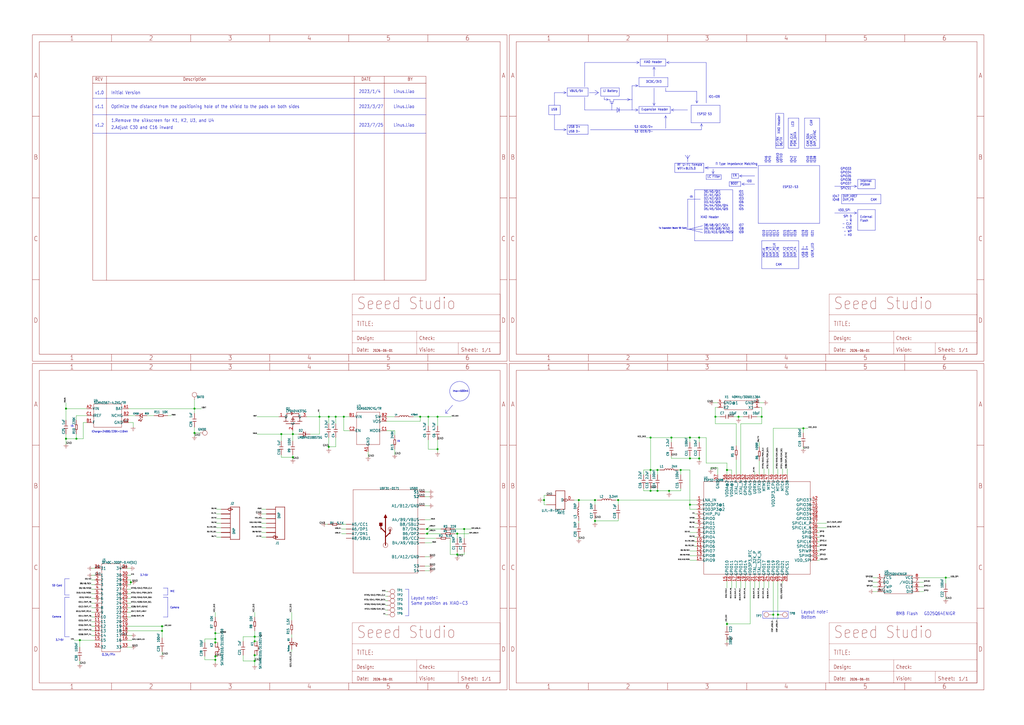
<source format=kicad_sch>
(kicad_sch (version 20250114) (generator "eeschema") (generator_version "9.0")
  (paper "User" 561.746 397.662)
  (lib_symbols
    (symbol "ESP32S3-eagle-import:ANTENNA-U-FL-320110048"
      (property "Reference" "ANT" (at -2.54 6.35 0))
      (symbol "ANTENNA-U-FL-320110048_1_0"
        (pin bidirectional inverted_clock (at -7.62 0 0) (length 5.08) (name "D") (number "D"))
        (pin bidirectional line (at 7.62 2.54 180) (length 5.08) (name "GND1") (number "GND1"))
        (pin bidirectional line (at 7.62 -2.54 180) (length 5.08) (name "GND2") (number "GND2"))
      )
    )
    (symbol "ESP32S3-eagle-import:BTB-P4S30-HEAD"
      (property "Reference" "J" (at -5.08 25.4 0))
      (symbol "BTB-P4S30-HEAD_1_0"
        (pin bidirectional line (at -8.89 21.59 0) (length 2.54) (name "31") (number "31"))
        (pin bidirectional line (at -8.89 17.78 0) (length 2.54) (name "1") (number "1"))
        (pin bidirectional line (at -8.89 15.24 0) (length 2.54) (name "2") (number "2"))
        (pin bidirectional line (at -8.89 12.7 0) (length 2.54) (name "3") (number "3"))
        (pin bidirectional line (at -8.89 10.16 0) (length 2.54) (name "4") (number "4"))
        (pin bidirectional line (at -8.89 7.62 0) (length 2.54) (name "5") (number "5"))
        (pin bidirectional line (at -8.89 5.08 0) (length 2.54) (name "6") (number "6"))
        (pin bidirectional line (at -8.89 2.54 0) (length 2.54) (name "7") (number "7"))
        (pin bidirectional line (at -8.89 0 0) (length 2.54) (name "8") (number "8"))
        (pin bidirectional line (at -8.89 -2.54 0) (length 2.54) (name "9") (number "9"))
        (pin bidirectional line (at -8.89 -5.08 0) (length 2.54) (name "10") (number "10"))
        (pin bidirectional line (at -8.89 -7.62 0) (length 2.54) (name "11") (number "11"))
        (pin bidirectional line (at -8.89 -10.16 0) (length 2.54) (name "12") (number "12"))
        (pin bidirectional line (at -8.89 -12.7 0) (length 2.54) (name "13") (number "13"))
        (pin bidirectional line (at -8.89 -15.24 0) (length 2.54) (name "14") (number "14"))
        (pin bidirectional line (at -8.89 -17.78 0) (length 2.54) (name "15") (number "15"))
        (pin bidirectional line (at -8.89 -21.59 0) (length 2.54) (name "32") (number "32"))
        (pin bidirectional line (at 8.89 21.59 180) (length 2.54) (name "34") (number "34"))
        (pin bidirectional line (at 8.89 17.78 180) (length 2.54) (name "30") (number "30"))
        (pin bidirectional line (at 8.89 15.24 180) (length 2.54) (name "29") (number "29"))
        (pin bidirectional line (at 8.89 12.7 180) (length 2.54) (name "28") (number "28"))
        (pin bidirectional line (at 8.89 10.16 180) (length 2.54) (name "27") (number "27"))
        (pin bidirectional line (at 8.89 7.62 180) (length 2.54) (name "26") (number "26"))
        (pin bidirectional line (at 8.89 5.08 180) (length 2.54) (name "25") (number "25"))
        (pin bidirectional line (at 8.89 2.54 180) (length 2.54) (name "24") (number "24"))
        (pin bidirectional line (at 8.89 0 180) (length 2.54) (name "23") (number "23"))
        (pin bidirectional line (at 8.89 -2.54 180) (length 2.54) (name "22") (number "22"))
        (pin bidirectional line (at 8.89 -5.08 180) (length 2.54) (name "21") (number "21"))
        (pin bidirectional line (at 8.89 -7.62 180) (length 2.54) (name "20") (number "20"))
        (pin bidirectional line (at 8.89 -10.16 180) (length 2.54) (name "19") (number "19"))
        (pin bidirectional line (at 8.89 -12.7 180) (length 2.54) (name "18") (number "18"))
        (pin bidirectional line (at 8.89 -15.24 180) (length 2.54) (name "17") (number "17"))
        (pin bidirectional line (at 8.89 -17.78 180) (length 2.54) (name "16") (number "16"))
        (pin bidirectional line (at 8.89 -21.59 180) (length 2.54) (name "33") (number "33"))
      )
    )
    (symbol "ESP32S3-eagle-import:BUTTON-4P"
      (property "Reference" "K" (at -2.54 2.54 0))
      (symbol "BUTTON-4P_1_0"
        (pin bidirectional line (at -3.81 0 0) (length 2.54) (name "A0") (number "1"))
        (pin bidirectional line (at -3.81 -1.27 0) (length 2.54) (name "A1") (number "3"))
        (pin bidirectional line (at 3.81 0 180) (length 2.54) (name "B0") (number "2"))
        (pin bidirectional line (at 3.81 -1.27 180) (length 2.54) (name "B1") (number "4"))
      )
    )
    (symbol "ESP32S3-eagle-import:CAP-0201"
      (property "Reference" "C" (at -3.81 1.27 0))
      (symbol "CAP-0201_1_0"
        (pin passive line (at -3.81 0 0) (length 2.54) (name "1") (number "1"))
        (pin passive line (at 3.81 0 180) (length 2.54) (name "2") (number "2"))
      )
    )
    (symbol "ESP32S3-eagle-import:CRYSTAL-4P-1612"
      (property "Reference" "X" (at -7.62 3.81 0))
      (symbol "CRYSTAL-4P-1612_1_0"
        (pin bidirectional line (at -11.43 1.27 0) (length 2.54) (name "X1") (number "1"))
        (pin bidirectional line (at -11.43 -1.27 0) (length 2.54) (name "GND") (number "2"))
        (pin bidirectional line (at 11.43 1.27 180) (length 2.54) (name "X2") (number "3"))
        (pin bidirectional line (at 11.43 -1.27 180) (length 2.54) (name "GND@1") (number "4"))
      )
    )
    (symbol "ESP32S3-eagle-import:DIODEDFN1006(0402/SOD882)"
      (property "Reference" "D" (at -3.81 2.54 0))
      (symbol "DIODEDFN1006(0402/SOD882)_1_0"
        (pin passive line (at -3.81 0 0) (length 2.54) (name "+") (number "+"))
        (pin passive line (at 2.54 0 180) (length 2.54) (name "-") (number "-"))
      )
    )
    (symbol "ESP32S3-eagle-import:FLASH-W25X80-FZBIHO"
      (property "Reference" "U" (at -7.62 6.35 0))
      (symbol "FLASH-W25X80-FZBIHO_1_0"
        (pin bidirectional line (at -11.43 3.81 0) (length 2.54) (name "/CS") (number "1"))
        (pin bidirectional line (at -11.43 1.27 0) (length 2.54) (name "DO") (number "2"))
        (pin bidirectional line (at -11.43 -1.27 0) (length 2.54) (name "/WP") (number "3"))
        (pin bidirectional line (at -11.43 -3.81 0) (length 2.54) (name "GND") (number "4"))
        (pin bidirectional line (at 11.43 3.81 180) (length 2.54) (name "VCC") (number "8"))
        (pin bidirectional line (at 11.43 1.27 180) (length 2.54) (name "/HOLD") (number "7"))
        (pin bidirectional line (at 11.43 -1.27 180) (length 2.54) (name "CLK") (number "6"))
        (pin bidirectional line (at 11.43 -3.81 180) (length 2.54) (name "DIO") (number "5"))
      )
    )
    (symbol "ESP32S3-eagle-import:GND_POWER" (power)
      (symbol "GND_POWER_1_0"
        (pin power_in line (at 0 0 270) (length 0) (name "GND") (number "1"))
      )
    )
    (symbol "ESP32S3-eagle-import:HEADER-7P-HALF-HOLE-2.54"
      (property "Reference" "J" (at -2.54 10.16 0))
      (symbol "HEADER-7P-HALF-HOLE-2.54_1_0"
        (pin bidirectional inverted_clock (at -7.62 7.62 0) (length 5.08) (name "1") (number "1"))
        (pin bidirectional inverted_clock (at -7.62 7.62 0) (length 5.08) (name "1") (number "13"))
        (pin bidirectional line (at -7.62 5.08 0) (length 5.08) (name "2") (number "14"))
        (pin bidirectional line (at -7.62 5.08 0) (length 5.08) (name "2") (number "2"))
        (pin bidirectional line (at -7.62 2.54 0) (length 5.08) (name "3") (number "15"))
        (pin bidirectional line (at -7.62 2.54 0) (length 5.08) (name "3") (number "3"))
        (pin bidirectional line (at -7.62 0 0) (length 5.08) (name "4") (number "16"))
        (pin bidirectional line (at -7.62 0 0) (length 5.08) (name "4") (number "4"))
        (pin bidirectional line (at -7.62 -2.54 0) (length 5.08) (name "5") (number "17"))
        (pin bidirectional line (at -7.62 -2.54 0) (length 5.08) (name "5") (number "5"))
        (pin bidirectional line (at -7.62 -5.08 0) (length 5.08) (name "6") (number "18"))
        (pin bidirectional line (at -7.62 -5.08 0) (length 5.08) (name "6") (number "6"))
        (pin bidirectional line (at -7.62 -7.62 0) (length 5.08) (name "7") (number "19"))
        (pin bidirectional line (at -7.62 -7.62 0) (length 5.08) (name "7") (number "7"))
      )
    )
    (symbol "ESP32S3-eagle-import:INDUCTOR-0201"
      (property "Reference" "L" (at -3.81 2.54 0))
      (symbol "INDUCTOR-0201_1_0"
        (pin passive line (at -5.08 0 0) (length 2.54) (name "1") (number "1"))
        (pin passive line (at 5.08 0 180) (length 2.54) (name "2") (number "2"))
      )
    )
    (symbol "ESP32S3-eagle-import:L-0603"
      (property "Reference" "L" (at -5.08 0.635 0))
      (symbol "L-0603_1_0"
        (pin passive line (at -5.08 0 0) (length 2.54) (name "1") (number "1"))
        (pin passive line (at 5.08 0 180) (length 2.54) (name "2") (number "2"))
      )
    )
    (symbol "ESP32S3-eagle-import:LED-0402"
      (property "Reference" "D" (at -2.54 0.635 0))
      (symbol "LED-0402_1_0"
        (pin passive line (at -2.54 0 0) (length 2.54) (name "+") (number "+"))
        (pin passive line (at 3.81 0 180) (length 2.54) (name "-") (number "-"))
      )
    )
    (symbol "ESP32S3-eagle-import:MCU-ESP32-S3"
      (property "Reference" "U" (at -29.21 27.94 0))
      (symbol "MCU-ESP32-S3_1_0"
        (pin bidirectional line (at -33.02 16.51 0) (length 2.54) (name "LNA_IN") (number "1"))
        (pin bidirectional line (at -33.02 13.97 0) (length 2.54) (name "VDD3P3@1") (number "2"))
        (pin bidirectional line (at -33.02 11.43 0) (length 2.54) (name "VDD3P3@2") (number "3"))
        (pin bidirectional line (at -33.02 8.89 0) (length 2.54) (name "CHIP_PU") (number "4"))
        (pin bidirectional line (at -33.02 6.35 0) (length 2.54) (name "GPIO0") (number "5"))
        (pin bidirectional line (at -33.02 3.81 0) (length 2.54) (name "GPIO1") (number "6"))
        (pin bidirectional line (at -33.02 1.27 0) (length 2.54) (name "GPIO2") (number "7"))
        (pin bidirectional line (at -33.02 -1.27 0) (length 2.54) (name "GPIO3") (number "8"))
        (pin bidirectional line (at -33.02 -3.81 0) (length 2.54) (name "GPIO4") (number "9"))
        (pin bidirectional line (at -33.02 -6.35 0) (length 2.54) (name "GPIO5") (number "10"))
        (pin bidirectional line (at -33.02 -8.89 0) (length 2.54) (name "GPIO6") (number "11"))
        (pin bidirectional line (at -33.02 -11.43 0) (length 2.54) (name "GPIO7") (number "12"))
        (pin bidirectional line (at -33.02 -13.97 0) (length 2.54) (name "GPIO8") (number "13"))
        (pin bidirectional line (at -33.02 -16.51 0) (length 2.54) (name "GPIO9") (number "14"))
        (pin bidirectional line (at -21.59 30.48 270) (length 2.54) (name "GND") (number "57"))
        (pin bidirectional line (at -16.51 30.48 270) (length 2.54) (name "VDDA@2") (number "56"))
        (pin bidirectional line (at -16.51 -27.94 90) (length 2.54) (name "GPIO10") (number "15"))
        (pin bidirectional line (at -13.97 30.48 270) (length 2.54) (name "VDDA@1") (number "55"))
        (pin bidirectional line (at -13.97 -27.94 90) (length 2.54) (name "GPIO11") (number "16"))
        (pin bidirectional line (at -11.43 30.48 270) (length 2.54) (name "XTAL_P") (number "54"))
        (pin bidirectional line (at -11.43 -27.94 90) (length 2.54) (name "GPIO12") (number "17"))
        (pin bidirectional line (at -8.89 30.48 270) (length 2.54) (name "XTAL_N") (number "53"))
        (pin bidirectional line (at -8.89 -27.94 90) (length 2.54) (name "GPIO13") (number "18"))
        (pin bidirectional line (at -6.35 30.48 270) (length 2.54) (name "GPIO46") (number "52"))
        (pin bidirectional line (at -6.35 -27.94 90) (length 2.54) (name "GPIO14") (number "19"))
        (pin bidirectional line (at -3.81 30.48 270) (length 2.54) (name "GPIO45") (number "51"))
        (pin bidirectional line (at -3.81 -27.94 90) (length 2.54) (name "VDD3P3_RTC") (number "20"))
        (pin bidirectional line (at -1.27 30.48 270) (length 2.54) (name "U0RXD") (number "50"))
        (pin bidirectional line (at -1.27 -27.94 90) (length 2.54) (name "XTAL_32K_P") (number "21"))
        (pin bidirectional line (at 1.27 30.48 270) (length 2.54) (name "U0TXD") (number "49"))
        (pin bidirectional line (at 1.27 -27.94 90) (length 2.54) (name "XTAL_32K_N") (number "22"))
        (pin bidirectional line (at 3.81 30.48 270) (length 2.54) (name "MTMS") (number "48"))
        (pin bidirectional line (at 3.81 -27.94 90) (length 2.54) (name "GPIO17") (number "23"))
        (pin bidirectional line (at 6.35 30.48 270) (length 2.54) (name "MTDI") (number "47"))
        (pin bidirectional line (at 6.35 -27.94 90) (length 2.54) (name "GPIO18") (number "24"))
        (pin bidirectional line (at 8.89 30.48 270) (length 2.54) (name "VDD3P3_CPU") (number "46"))
        (pin bidirectional line (at 8.89 -27.94 90) (length 2.54) (name "GPIO19") (number "25"))
        (pin bidirectional line (at 11.43 30.48 270) (length 2.54) (name "MTDO") (number "45"))
        (pin bidirectional line (at 11.43 -27.94 90) (length 2.54) (name "GPIO20") (number "26"))
        (pin bidirectional line (at 13.97 30.48 270) (length 2.54) (name "MTCK") (number "44"))
        (pin bidirectional line (at 13.97 -27.94 90) (length 2.54) (name "GPIO21") (number "27"))
        (pin bidirectional line (at 16.51 30.48 270) (length 2.54) (name "GPIO38") (number "43"))
        (pin bidirectional line (at 16.51 -27.94 90) (length 2.54) (name "SPICS1") (number "28"))
        (pin bidirectional line (at 33.02 16.51 180) (length 2.54) (name "GPIO37") (number "42"))
        (pin bidirectional line (at 33.02 13.97 180) (length 2.54) (name "GPIO36") (number "41"))
        (pin bidirectional line (at 33.02 11.43 180) (length 2.54) (name "GPIO35") (number "40"))
        (pin bidirectional line (at 33.02 8.89 180) (length 2.54) (name "GPIO34") (number "39"))
        (pin bidirectional line (at 33.02 6.35 180) (length 2.54) (name "GPIO33") (number "38"))
        (pin bidirectional line (at 33.02 3.81 180) (length 2.54) (name "SPICLK_P") (number "37"))
        (pin bidirectional line (at 33.02 1.27 180) (length 2.54) (name "SPICLK_N") (number "36"))
        (pin bidirectional line (at 33.02 -1.27 180) (length 2.54) (name "SPID") (number "35"))
        (pin bidirectional line (at 33.02 -3.81 180) (length 2.54) (name "SPIQ") (number "34"))
        (pin bidirectional line (at 33.02 -6.35 180) (length 2.54) (name "SPICLK") (number "33"))
        (pin bidirectional line (at 33.02 -8.89 180) (length 2.54) (name "SPICS0") (number "32"))
        (pin bidirectional line (at 33.02 -11.43 180) (length 2.54) (name "SPIWP") (number "31"))
        (pin bidirectional line (at 33.02 -13.97 180) (length 2.54) (name "SPIHD") (number "30"))
        (pin bidirectional line (at 33.02 -16.51 180) (length 2.54) (name "VDD_SPI") (number "29"))
      )
    )
    (symbol "ESP32S3-eagle-import:PMIC-SGM40567"
      (property "Reference" "U" (at -7.62 7.62 0))
      (symbol "PMIC-SGM40567_1_0"
        (pin bidirectional line (at -11.43 3.81 0) (length 2.54) (name "VIN") (number "A2"))
        (pin bidirectional line (at -11.43 0 0) (length 2.54) (name "IREF") (number "C1"))
        (pin bidirectional line (at -11.43 -3.81 0) (length 2.54) (name "F") (number "B1"))
        (pin bidirectional line (at 11.43 3.81 180) (length 2.54) (name "BAT") (number "A1"))
        (pin bidirectional line (at 11.43 0 180) (length 2.54) (name "NCHG") (number "B2"))
        (pin bidirectional line (at 11.43 -3.81 180) (length 2.54) (name "GND") (number "C2"))
      )
    )
    (symbol "ESP32S3-eagle-import:PMIC-SGM6029"
      (property "Reference" "U" (at -6.35 10.16 0))
      (symbol "PMIC-SGM6029_1_0"
        (pin bidirectional line (at -10.16 5.08 0) (length 2.54) (name "VIN") (number "B1"))
        (pin bidirectional line (at -10.16 -2.54 0) (length 2.54) (name "EN") (number "C2"))
        (pin bidirectional line (at 0 -13.97 90) (length 2.54) (name "GND") (number "A1"))
        (pin bidirectional line (at 10.16 5.08 180) (length 2.54) (name "SW") (number "B2"))
        (pin bidirectional line (at 10.16 2.54 180) (length 2.54) (name "VOS") (number "A2"))
        (pin bidirectional line (at 10.16 -2.54 180) (length 2.54) (name "MODE") (number "C1"))
      )
    )
    (symbol "ESP32S3-eagle-import:PMOS_1.00.60.35MM"
      (property "Reference" "Q" (at -2.54 7.62 0))
      (symbol "PMOS_1.00.60.35MM_1_0"
        (pin bidirectional line (at -7.62 2.54 0) (length 2.54) (name "S") (number "3"))
        (pin bidirectional line (at 0 -5.08 90) (length 2.54) (name "G") (number "2"))
        (pin bidirectional line (at 7.62 2.54 180) (length 2.54) (name "D") (number "1"))
      )
    )
    (symbol "ESP32S3-eagle-import:RES-0201"
      (property "Reference" "R" (at -3.81 2.54 0))
      (symbol "RES-0201_1_0"
        (pin passive line (at -3.81 0 0) (length 2.54) (name "1") (number "1"))
        (pin passive line (at 3.81 0 180) (length 2.54) (name "2") (number "2"))
      )
    )
    (symbol "ESP32S3-eagle-import:SEEDSTUDIO-SCH-MODLIST"
      (symbol "SEEDSTUDIO-SCH-MODLIST_1_0"
        (text "REV" (at 1.27 -2.54 0) (effects (font (size 1.778 1.5113)) (justify left bottom)))
        (text "Description" (at 49.53 -2.54 0) (effects (font (size 1.778 1.5113)) (justify left bottom)))
        (text "DATE" (at 147.32 -2.54 0) (effects (font (size 1.778 1.5113)) (justify left bottom)))
        (text "BY" (at 172.72 -2.54 0) (effects (font (size 1.778 1.5113)) (justify left bottom)))
      )
    )
    (symbol "ESP32S3-eagle-import:SEEEDSTUDIO-SCH-FRAME"
      (symbol "SEEEDSTUDIO-SCH-FRAME_1_0"
        (text "A" (at 1.905 156.6863 0) (effects (font (size 2.54 2.286))))
        (text "B" (at 1.905 111.9188 0) (effects (font (size 2.54 2.286))))
        (text "C" (at 1.905 67.1513 0) (effects (font (size 2.54 2.286))))
        (text "D" (at 1.905 22.3838 0) (effects (font (size 2.54 2.286))))
        (text "1" (at 21.6958 177.165 0) (effects (font (size 2.54 2.286))))
        (text "1" (at 21.6958 1.905 0) (effects (font (size 2.54 2.286))))
        (text "2" (at 65.0875 177.165 0) (effects (font (size 2.54 2.286))))
        (text "2" (at 65.0875 1.905 0) (effects (font (size 2.54 2.286))))
        (text "3" (at 108.4792 177.165 0) (effects (font (size 2.54 2.286))))
        (text "3" (at 108.4792 1.905 0) (effects (font (size 2.54 2.286))))
        (text "4" (at 151.8708 177.165 0) (effects (font (size 2.54 2.286))))
        (text "4" (at 151.8708 1.905 0) (effects (font (size 2.54 2.286))))
        (text "Seeed Studio" (at 177.8 27.94 0) (effects (font (size 6.4516 5.4838)) (justify left bottom)))
        (text "TITLE:" (at 177.8 19.05 0) (effects (font (size 2.54 2.159)) (justify left bottom)))
        (text "Design:" (at 177.8 11.43 0) (effects (font (size 2.032 1.7272)) (justify left bottom)))
        (text "Date:" (at 177.8 5.08 0) (effects (font (size 2.032 1.7272)) (justify left bottom)))
        (text "${CURRENT_DATE}" (at 186.69 5.08 0) (effects (font (size 1.27 1.0795)) (justify left bottom)))
        (text "${PROJECTNAME}" (at 191.77 19.05 0) (effects (font (size 2.032 2.032)) (justify left bottom)))
        (text "5" (at 195.2625 177.165 0) (effects (font (size 2.54 2.286))))
        (text "5" (at 195.2625 1.905 0) (effects (font (size 2.54 2.286))))
        (text "Check:" (at 212.09 11.43 0) (effects (font (size 2.032 1.7272)) (justify left bottom)))
        (text "Vision:" (at 212.09 5.08 0) (effects (font (size 2.032 1.7272)) (justify left bottom)))
        (text "Sheet:" (at 234.95 5.08 0) (effects (font (size 2.032 2.032)) (justify left bottom)))
        (text "6" (at 238.6542 177.165 0) (effects (font (size 2.54 2.286))))
        (text "6" (at 238.6542 1.905 0) (effects (font (size 2.54 2.286))))
        (text "${#}/${##}" (at 246.38 5.08 0) (effects (font (size 1.778 1.778)) (justify left bottom)))
        (text "A" (at 258.445 156.6863 0) (effects (font (size 2.54 2.286))))
        (text "B" (at 258.445 111.9188 0) (effects (font (size 2.54 2.286))))
        (text "C" (at 258.445 67.1513 0) (effects (font (size 2.54 2.286))))
        (text "D" (at 258.445 22.3838 0) (effects (font (size 2.54 2.286))))
      )
    )
    (symbol "ESP32S3-eagle-import:TEST-POINT'4080'"
      (property "Reference" "TP" (at -3.81 1.27 0))
      (symbol "TEST-POINT'4080'_1_0"
        (pin bidirectional line (at -2.54 0 0) (length 0) (name "T") (number "1"))
      )
    )
    (symbol "ESP32S3-eagle-import:TEST-POINT'4545'"
      (property "Reference" "TP" (at -3.81 1.27 0))
      (symbol "TEST-POINT'4545'_1_0"
        (pin bidirectional line (at -2.54 0 0) (length 0) (name "T") (number "T"))
      )
    )
    (symbol "ESP32S3-eagle-import:USB2.0-TYPE-C"
      (property "Reference" "USB" (at -17.78 22.86 0))
      (symbol "USB2.0-TYPE-C_1_0"
        (pin bidirectional line (at -21.59 21.59 0) (length 2.54) (name "S1") (number "S1"))
        (pin bidirectional line (at -21.59 21.59 0) (length 2.54) (name "S1") (number "S5"))
        (pin bidirectional line (at -21.59 19.05 0) (length 2.54) (name "S2") (number "S2"))
        (pin bidirectional line (at -21.59 19.05 0) (length 2.54) (name "S2") (number "S6"))
        (pin bidirectional line (at -21.59 13.97 0) (length 2.54) (name "A1/B12/GND") (number "A1_B12"))
        (pin bidirectional line (at -21.59 6.35 0) (length 2.54) (name "A4/B9/VBUS") (number "A4_B9"))
        (pin bidirectional line (at -21.59 3.81 0) (length 2.54) (name "B8/SBU2") (number "B8"))
        (pin bidirectional line (at -21.59 1.27 0) (length 2.54) (name "B7/DN2") (number "B7"))
        (pin bidirectional line (at -21.59 -1.27 0) (length 2.54) (name "B6/DP2") (number "B6"))
        (pin bidirectional line (at -21.59 -3.81 0) (length 2.54) (name "B5/CC2") (number "B5"))
        (pin bidirectional line (at -21.59 -6.35 0) (length 2.54) (name "B4/A9/VBUS") (number "B4_A9"))
        (pin bidirectional line (at -21.59 -13.97 0) (length 2.54) (name "B1/A12/GND") (number "B1_A12"))
        (pin bidirectional line (at -21.59 -19.05 0) (length 2.54) (name "S3") (number "S3"))
        (pin bidirectional line (at -21.59 -21.59 0) (length 2.54) (name "S4") (number "S4"))
        (pin bidirectional line (at 21.59 3.81 180) (length 2.54) (name "A5/CC1") (number "A5"))
        (pin bidirectional line (at 21.59 1.27 180) (length 2.54) (name "A6/DP1") (number "A6"))
        (pin bidirectional line (at 21.59 -1.27 180) (length 2.54) (name "A7/DN1") (number "A7"))
        (pin bidirectional line (at 21.59 -3.81 180) (length 2.54) (name "A8/SBU1") (number "A8"))
      )
    )
  )
  (circle (center 252.095 214.63) (radius 5.3881) (stroke (width 0.1524)))
  (circle (center 335.661 56.769) (radius 0.254) (stroke (width 0.1524)))
  (text "IO40" (at 443.865 89.535 90) (effects (font (size 1.27 1.0795)) (justify left bottom)))
  (text "IO39" (at 445.77 89.535 90) (effects (font (size 1.27 1.0795)) (justify left bottom)))
  (text "Π Type Impedance Matching" (at 392.43 90.805 0) (effects (font (size 1.27 1.0795)) (justify left bottom)))
  (text "2.Adjust C30 and C16 inward" (at 60.96 71.12 0) (effects (font (size 1.778 1.5113)) (justify left bottom)))
  (text "D0/A0/Qt1" (at 386.08 106.045 0) (effects (font (size 1.27 1.0795)) (justify left bottom)))
  (text "DVP_Y7" (at 423.545 141.605 90) (effects (font (size 1.27 1.0795)) (justify left bottom)))
  (text "Li Battery" (at 330.835 50.8 0) (effects (font (size 1.27 1.0795)) (justify left bottom)))
  (text "IO5" (at 405.13 115.57 0) (effects (font (size 1.27 1.0795)) (justify left bottom)))
  (text "External\nFlash" (at 471.805 121.92 0) (effects (font (size 1.27 1.0795)) (justify left bottom)))
  (text "Optimize the distance from the positioning hole of the shield to the pads on both sides" (at 60.96 59.69 0) (effects (font (size 1.778 1.5113)) (justify left bottom)))
  (text "DVP_Y3" (at 434.975 141.605 90) (effects (font (size 1.27 1.0795)) (justify left bottom)))
  (text "D10/A10/Qt9/MOSI" (at 386.08 128.27 0) (effects (font (size 1.27 1.0795)) (justify left bottom)))
  (text "0.3A/Pin" (at 55.88 360.045 0) (effects (font (size 1.27 1.0795)) (justify left bottom)))
  (text "2023/1/4" (at 196.85 51.435 0) (effects (font (size 1.778 1.5113)) (justify left bottom)))
  (text "LC Filter" (at 387.985 97.79 0) (effects (font (size 1.27 1.0795)) (justify left bottom)))
  (text "IO1" (at 405.13 106.045 0) (effects (font (size 1.27 1.0795)) (justify left bottom)))
  (text "D1/A1/Qt2" (at 386.08 107.95 0) (effects (font (size 1.27 1.0795)) (justify left bottom)))
  (text "CAM" (at 425.45 146.05 0) (effects (font (size 1.27 1.0795)) (justify left bottom)))
  (text "IO12" (at 423.545 130.175 90) (effects (font (size 1.27 1.0795)) (justify left bottom)))
  (text "ESP32-S3" (at 429.26 103.505 0) (effects (font (size 1.27 1.0795)) (justify left bottom)))
  (text "USB D+" (at 443.23 141.605 90) (effects (font (size 1.27 1.0795)) (justify left bottom)))
  (text "Layout note：\nBottom" (at 439.42 339.725 0) (effects (font (size 1.778 1.5113)) (justify left bottom)))
  (text "D9/A9/Qt8/MISO" (at 386.08 126.365 0) (effects (font (size 1.27 1.0795)) (justify left bottom)))
  (text "IO42" (at 434.975 89.535 90) (effects (font (size 1.27 1.0795)) (justify left bottom)))
  (text "S3 IO20/D+" (at 347.98 70.485 0) (effects (font (size 1.27 1.0795)) (justify left bottom)))
  (text "PDM_CLK" (at 434.975 80.645 90) (effects (font (size 1.27 1.0795)) (justify left bottom)))
  (text "LCD" (at 435.61 69.85 90) (effects (font (size 1.27 1.0795)) (justify left bottom)))
  (text "XIAO Header" (at 427.99 73.66 90) (effects (font (size 1.27 1.0795)) (justify left bottom)))
  (text "v1.1" (at 52.07 59.69 0) (effects (font (size 1.778 1.5113)) (justify left bottom)))
  (text "IO47" (at 456.565 108.585 0) (effects (font (size 1.27 1.0795)) (justify left bottom)))
  (text "IO48" (at 456.565 110.49 0) (effects (font (size 1.27 1.0795)) (justify left bottom)))
  (text "IO4" (at 405.13 113.665 0) (effects (font (size 1.27 1.0795)) (justify left bottom)))
  (text "Camera" (at 93.345 334.01 0) (effects (font (size 1.016 0.8636)) (justify left bottom)))
  (text "DVP_Y6" (at 427.355 141.605 90) (effects (font (size 1.27 1.0795)) (justify left bottom)))
  (text "Internal\nPSRAM" (at 471.805 102.235 0) (effects (font (size 1.27 1.0795)) (justify left bottom)))
  (text "USB D+" (at 311.785 70.485 0) (effects (font (size 1.27 1.0795)) (justify left bottom)))
  (text "IO21" (at 446.405 130.175 90) (effects (font (size 1.27 1.0795)) (justify left bottom)))
  (text "IO11" (at 421.64 130.175 90) (effects (font (size 1.27 1.0795)) (justify left bottom)))
  (text "BOOT" (at 400.685 101.6 0) (effects (font (size 1.27 1.0795)) (justify left bottom)))
  (text "1%" (at 217.805 242.57 0) (effects (font (size 0.8128 0.6908)) (justify left bottom)))
  (text "CAM_SCL" (at 445.77 80.645 90) (effects (font (size 1.27 1.0795)) (justify left bottom)))
  (text "IO10" (at 419.735 130.175 90) (effects (font (size 1.27 1.0795)) (justify left bottom)))
  (text "2023/3/27" (at 196.85 59.69 0) (effects (font (size 1.778 1.5113)) (justify left bottom)))
  (text "IO13" (at 425.45 130.175 90) (effects (font (size 1.27 1.0795)) (justify left bottom)))
  (text "1.Remove the silkscreen for K1, K2, U3, and U4" (at 60.96 67.31 0) (effects (font (size 1.778 1.5113)) (justify left bottom)))
  (text "v1.0" (at 52.07 52.07 0) (effects (font (size 1.778 1.5113)) (justify left bottom)))
  (text "CAM_SDA" (at 443.865 80.645 90) (effects (font (size 1.27 1.0795)) (justify left bottom)))
  (text "IO6" (at 405.13 111.76 0) (effects (font (size 1.27 1.0795)) (justify left bottom)))
  (text "Imax=600mA" (at 248.285 215.265 0) (effects (font (size 1.016 0.8636)) (justify left bottom)))
  (text "IO38" (at 447.675 89.535 90) (effects (font (size 1.27 1.0795)) (justify left bottom)))
  (text "D8/A8/Qt7/SCK" (at 386.08 124.46 0) (effects (font (size 1.27 1.0795)) (justify left bottom)))
  (text "U0RXD" (at 427.355 89.535 90) (effects (font (size 1.27 1.0795)) (justify left bottom)))
  (text "PDM_DATA" (at 436.88 80.645 90) (effects (font (size 1.27 1.0795)) (justify left bottom)))
  (text "IO1~IO9" (at 388.62 53.975 0) (effects (font (size 1.27 1.0795)) (justify left bottom)))
  (text "2023/7/25" (at 196.85 69.85 0) (effects (font (size 1.778 1.5113)) (justify left bottom)))
  (text "Linus.Liao" (at 215.9 69.85 0) (effects (font (size 1.778 1.5113)) (justify left bottom)))
  (text "D7/RX" (at 427.355 80.645 90) (effects (font (size 1.27 1.0795)) (justify left bottom)))
  (text "USB" (at 302.26 60.96 0) (effects (font (size 1.27 1.0795)) (justify left bottom)))
  (text "To Expansion Board SD Card" (at 361.315 125.73 0) (effects (font (size 0.8128 0.6908)) (justify left bottom)))
  (text "IO3" (at 405.13 109.855 0) (effects (font (size 1.27 1.0795)) (justify left bottom)))
  (text "EN" (at 401.955 97.155 0) (effects (font (size 1.27 1.0795)) (justify left bottom)))
  (text "IO14" (at 427.355 130.175 90) (effects (font (size 1.27 1.0795)) (justify left bottom)))
  (text "Linus.Liao" (at 215.9 51.435 0) (effects (font (size 1.778 1.5113)) (justify left bottom)))
  (text "IO9" (at 405.13 128.27 0) (effects (font (size 1.27 1.0795)) (justify left bottom)))
  (text "XIAO Header" (at 384.175 120.015 0) (effects (font (size 1.27 1.0795)) (justify left bottom)))
  (text "1%" (at 38.735 234.315 0) (effects (font (size 0.8128 0.6908)) (justify left bottom)))
  (text "USB D-" (at 441.325 141.605 90) (effects (font (size 1.27 1.0795)) (justify left bottom)))
  (text "IO20" (at 443.23 130.175 90) (effects (font (size 1.27 1.0795)) (justify left bottom)))
  (text "Layout note：\nSame position as XIAO-C3" (at 225.425 332.105 0) (effects (font (size 1.778 1.5113)) (justify left bottom)))
  (text "IO41" (at 436.88 89.535 90) (effects (font (size 1.27 1.0795)) (justify left bottom)))
  (text "Camera" (at 28.575 339.09 0) (effects (font (size 1.016 0.8636)) (justify left bottom)))
  (text "RF U-FL Female\nWiFi+BLE5.0" (at 371.475 93.345 0) (effects (font (size 1.27 1.0795)) (justify left bottom)))
  (text "S3 IO19/D-" (at 347.98 73.025 0) (effects (font (size 1.27 1.0795)) (justify left bottom)))
  (text "Initial Version" (at 60.96 52.07 0) (effects (font (size 1.778 1.5113)) (justify left bottom)))
  (text "D2/A2/Qt3" (at 386.08 109.855 0) (effects (font (size 1.27 1.0795)) (justify left bottom)))
  (text "D4/A4/SDA/Qt4" (at 386.08 113.665 0) (effects (font (size 1.27 1.0795)) (justify left bottom)))
  (text "Linus.Liao" (at 215.9 59.69 0) (effects (font (size 1.778 1.5113)) (justify left bottom)))
  (text "U0TXD" (at 429.26 89.535 90) (effects (font (size 1.27 1.0795)) (justify left bottom)))
  (text "DVP_Y5" (at 433.07 141.605 90) (effects (font (size 1.27 1.0795)) (justify left bottom)))
  (text "IO15" (at 431.165 130.175 90) (effects (font (size 1.27 1.0795)) (justify left bottom)))
  (text "CAM" (at 445.77 69.215 90) (effects (font (size 1.27 1.0795)) (justify left bottom)))
  (text "VBUS/5V" (at 312.42 50.8 0) (effects (font (size 1.27 1.0795)) (justify left bottom)))
  (text "DCDC/3V3" (at 354.33 45.72 0) (effects (font (size 1.27 1.0795)) (justify left bottom)))
  (text "IO18" (at 436.88 130.175 90) (effects (font (size 1.27 1.0795)) (justify left bottom)))
  (text "CAM" (at 477.52 110.49 0) (effects (font (size 1.27 1.0795)) (justify left bottom)))
  (text "IO2" (at 405.13 107.95 0) (effects (font (size 1.27 1.0795)) (justify left bottom)))
  (text "IO16" (at 433.07 130.175 90) (effects (font (size 1.27 1.0795)) (justify left bottom)))
  (text "SPI D\n- Q\n- CLK\n- CS0\n- WP\n- HD" (at 467.36 118.11 0) (effects (font (size 1.27 1.0795)) (justify right top)))
  (text "MIC" (at 93.345 325.12 0) (effects (font (size 1.016 0.8636)) (justify left bottom)))
  (text "CS" (at 378.46 108.585 0) (effects (font (size 0.8128 0.6908)) (justify left bottom)))
  (text "ESP32 S3" (at 382.27 63.5 0) (effects (font (size 1.27 1.0795)) (justify left bottom)))
  (text "IO19" (at 441.325 130.175 90) (effects (font (size 1.27 1.0795)) (justify left bottom)))
  (text "DVP_Y2" (at 431.165 141.605 90) (effects (font (size 1.27 1.0795)) (justify left bottom)))
  (text "ICharge=24000/220K=110mA" (at 50.165 237.49 0) (effects (font (size 1.016 0.8636)) (justify left bottom)))
  (text "IO8" (at 405.13 126.365 0) (effects (font (size 1.27 1.0795)) (justify left bottom)))
  (text "SPICS1" (at 461.01 104.14 0) (effects (font (size 1.27 1.0795)) (justify left bottom)))
  (text "DVP_Y9" (at 462.28 110.49 0) (effects (font (size 1.27 1.0795)) (justify left bottom)))
  (text "D5/A5/SDA/Qt5" (at 386.08 115.57 0) (effects (font (size 1.27 1.0795)) (justify left bottom)))
  (text "3.7~5V" (at 30.48 351.79 0) (effects (font (size 1.016 0.8636)) (justify left bottom)))
  (text "IO46" (at 421.005 89.535 90) (effects (font (size 1.27 1.0795)) (justify left bottom)))
  (text "XIAO Header" (at 353.06 34.925 0) (effects (font (size 1.27 1.0795)) (justify left bottom)))
  (text "D6/TX" (at 429.26 80.645 90) (effects (font (size 1.27 1.0795)) (justify left bottom)))
  (text "DVP_Y8" (at 421.64 141.605 90) (effects (font (size 1.27 1.0795)) (justify left bottom)))
  (text "3.7~5V" (at 76.835 316.23 0) (effects (font (size 1.016 0.8636)) (justify left bottom)))
  (text "DVP_PCLK" (at 425.45 141.605 90) (effects (font (size 1.27 1.0795)) (justify left bottom)))
  (text "IO7" (at 405.13 124.46 0) (effects (font (size 1.27 1.0795)) (justify left bottom)))
  (text "USER_LED" (at 446.405 141.605 90) (effects (font (size 1.27 1.0795)) (justify left bottom)))
  (text "VDD_SPI" (at 459.74 116.205 0) (effects (font (size 1.27 1.0795)) (justify left bottom)))
  (text "v1.2" (at 52.07 69.85 0) (effects (font (size 1.778 1.5113)) (justify left bottom)))
  (text "IO0" (at 409.575 100.33 0) (effects (font (size 1.27 1.0795)) (justify left bottom)))
  (text "DVP_VSYNC" (at 447.675 80.645 90) (effects (font (size 1.27 1.0795)) (justify left bottom)))
  (text "GPIO33\nGPIO34\nGPIO35\nGPIO36\nGPIO37" (at 461.01 101.6 0) (effects (font (size 1.27 1.0795)) (justify left bottom)))
  (text "DVP_Y4" (at 436.88 141.605 90) (effects (font (size 1.27 1.0795)) (justify left bottom)))
  (text "Expansion Header" (at 351.79 60.96 0) (effects (font (size 1.27 1.0795)) (justify left bottom)))
  (text "USB D-" (at 311.785 73.025 0) (effects (font (size 1.27 1.0795)) (justify left bottom)))
  (text "IO45" (at 422.91 89.535 90) (effects (font (size 1.27 1.0795)) (justify left bottom)))
  (text "DVP_HREF" (at 462.28 108.585 0) (effects (font (size 1.27 1.0795)) (justify left bottom)))
  (text "SD Card" (at 28.575 321.945 0) (effects (font (size 1.016 0.8636)) (justify left bottom)))
  (text "D3/A3/Qt6" (at 386.08 111.76 0) (effects (font (size 1.27 1.0795)) (justify left bottom)))
  (text "IO17" (at 434.975 130.175 90) (effects (font (size 1.27 1.0795)) (justify left bottom)))
  (text "8MB Flash   GD25Q64ENIGR" (at 491.49 337.82 0) (effects (font (size 1.778 1.5113)) (justify left bottom)))
  (text "XMCLK" (at 419.735 141.605 90) (effects (font (size 1.27 1.0795)) (justify left bottom)))
  (junction (at 326.39 274.32))
  (junction (at 356.87 240.03))
  (junction (at 326.39 285.75))
  (junction (at 356.87 257.81))
  (junction (at 175.26 228.6))
  (junction (at 36.195 224.155))
  (junction (at 378.46 251.46))
  (junction (at 139.7 351.79))
  (junction (at 367.03 269.24))
  (junction (at 383.54 240.03))
  (junction (at 71.755 319.405))
  (junction (at 106.68 237.49))
  (junction (at 392.43 228.6))
  (junction (at 298.45 274.32))
  (junction (at 180.34 245.11))
  (junction (at 240.03 228.6))
  (junction (at 139.7 349.25))
  (junction (at 188.595 228.6))
  (junction (at 440.69 234.95))
  (junction (at 160.655 250.825))
  (junction (at 424.18 337.185))
  (junction (at 360.68 269.24))
  (junction (at 378.46 276.86))
  (junction (at 398.78 257.81))
  (junction (at 373.38 257.81))
  (junction (at 43.815 351.155))
  (junction (at 118.11 361.95))
  (junction (at 234.315 292.735))
  (junction (at 518.795 316.865))
  (junction (at 368.3 240.03))
  (junction (at 118.11 347.345))
  (junction (at 417.83 228.6))
  (junction (at 339.09 274.32))
  (junction (at 250.825 292.735))
  (junction (at 234.95 228.6))
  (junction (at 118.11 352.425))
  (junction (at 184.15 228.6))
  (junction (at 41.91 240.665))
  (junction (at 405.13 228.6))
  (junction (at 154.305 238.125))
  (junction (at 398.78 342.265))
  (junction (at 180.34 228.6))
  (junction (at 250.825 304.165))
  (junction (at 230.505 228.6))
  (junction (at 360.68 257.81))
  (junction (at 88.9 343.535))
  (junction (at 356.87 269.24))
  (junction (at 317.5 274.32))
  (junction (at 160.655 238.125))
  (junction (at 88.9 346.075))
  (junction (at 106.68 224.155))
  (junction (at 378.46 240.03))
  (junction (at 234.315 290.195))
  (junction (at 254.635 290.195))
  (junction (at 139.7 362.585))
  (junction (at 36.195 240.665))
  (junction (at 139.7 359.41))
  (junction (at 240.03 246.38))
  (junction (at 426.72 337.185))
  (junction (at 118.11 360.045))
  (junction (at 118.11 350.52))
  (junction (at 383.54 251.46))
  (polyline (pts (xy 432.435 339.09) (xy 432.435 335.28)) (stroke (width 0.1524) (type solid)))
  (wire (pts (xy 118.11 352.425) (xy 118.11 350.52)) (stroke (width 0.1524)))
  (polyline (pts (xy 415.925 122.555) (xy 449.58 122.555)) (stroke (width 0.1524) (type solid)))
  (wire (pts (xy 52.07 351.155) (xy 43.815 351.155)) (stroke (width 0.1524)))
  (polyline (pts (xy 415.925 90.805) (xy 415.925 122.555)) (stroke (width 0.1524) (type solid)))
  (polyline (pts (xy 35.56 326.39) (xy 35.56 317.5)) (stroke (width 0.1524) (type solid)))
  (polyline (pts (xy 480.06 98.425) (xy 470.535 98.425)) (stroke (width 0.1524) (type solid)))
  (polyline (pts (xy 311.15 52.705) (xy 322.58 52.705)) (stroke (width 0.1524) (type solid)))
  (wire (pts (xy 392.43 232.41) (xy 403.86 232.41)) (stroke (width 0.1524)))
  (polyline (pts (xy 310.515 50.8) (xy 309.245 51.435)) (stroke (width 0.1524) (type solid)))
  (wire (pts (xy 339.09 285.75) (xy 326.39 285.75)) (stroke (width 0.1524)))
  (wire (pts (xy 326.39 274.32) (xy 317.5 274.32)) (stroke (width 0.1524)))
  (polyline (pts (xy 365.125 50.165) (xy 365.125 48.26)) (stroke (width 0.1524) (type solid)))
  (polyline (pts (xy 457.835 102.235) (xy 469.9 102.235)) (stroke (width 0.1524) (type solid)))
  (wire (pts (xy 382.27 297.18) (xy 381 297.18)) (stroke (width 0.1524)))
  (polyline (pts (xy 311.15 68.58) (xy 311.15 73.66)) (stroke (width 0.1524) (type solid)))
  (polyline (pts (xy 370.205 94.615) (xy 386.08 94.615)) (stroke (width 0.1524) (type solid)))
  (polyline (pts (xy 394.97 67.31) (xy 394.97 57.785)) (stroke (width 0.1524) (type solid)))
  (wire (pts (xy 361.95 257.81) (xy 360.68 257.81)) (stroke (width 0.1524)))
  (wire (pts (xy 298.45 271.78) (xy 298.45 274.32)) (stroke (width 0.1524)))
  (wire (pts (xy 118.745 284.48) (xy 121.285 284.48)) (stroke (width 0.1524)))
  (wire (pts (xy 52.07 343.535) (xy 50.165 343.535)) (stroke (width 0.1524)))
  (wire (pts (xy 184.15 245.11) (xy 184.15 240.03)) (stroke (width 0.1524)))
  (wire (pts (xy 250.825 295.275) (xy 250.825 292.735)) (stroke (width 0.1524)))
  (wire (pts (xy 160.655 236.22) (xy 160.655 238.125)) (stroke (width 0.1524)))
  (wire (pts (xy 118.11 347.345) (xy 118.11 346.075)) (stroke (width 0.1524)))
  (wire (pts (xy 481.33 316.865) (xy 478.79 316.865)) (stroke (width 0.1524)))
  (wire (pts (xy 112.395 352.425) (xy 112.395 350.52)) (stroke (width 0.1524)))
  (wire (pts (xy 415.29 228.6) (xy 417.83 228.6)) (stroke (width 0.1524)))
  (polyline (pts (xy 391.16 95.25) (xy 391.16 92.71)) (stroke (width 0.1524) (type solid)))
  (polyline (pts (xy 483.235 111.76) (xy 483.235 106.68)) (stroke (width 0.1524) (type solid)))
  (polyline (pts (xy 414.02 96.52) (xy 405.765 96.52)) (stroke (width 0.1524) (type solid)))
  (polyline (pts (xy 365.125 36.195) (xy 365.125 32.385)) (stroke (width 0.1524) (type solid)))
  (polyline (pts (xy 50.8 53.975) (xy 233.68 53.975)) (stroke (width 0.1524) (type solid)))
  (wire (pts (xy 69.85 323.215) (xy 71.755 323.215)) (stroke (width 0.1524)))
  (wire (pts (xy 298.45 274.32) (xy 298.45 276.86)) (stroke (width 0.1524)))
  (wire (pts (xy 326.39 284.48) (xy 326.39 285.75)) (stroke (width 0.1524)))
  (wire (pts (xy 88.9 346.075) (xy 88.9 343.535)) (stroke (width 0.1524)))
  (polyline (pts (xy 387.35 34.29) (xy 387.35 56.515)) (stroke (width 0.1524) (type solid)))
  (wire (pts (xy 448.31 289.56) (xy 453.39 289.56)) (stroke (width 0.1524)))
  (wire (pts (xy 233.045 295.275) (xy 239.395 295.275)) (stroke (width 0.1524)))
  (wire (pts (xy 43.815 351.155) (xy 40.64 351.155)) (stroke (width 0.1524)))
  (polyline (pts (xy 438.15 132.08) (xy 417.83 132.08)) (stroke (width 0.1524) (type solid)))
  (wire (pts (xy 298.45 276.86) (xy 299.72 276.86)) (stroke (width 0.1524)))
  (polyline (pts (xy 35.56 349.25) (xy 35.56 327.66)) (stroke (width 0.1524) (type solid)))
  (wire (pts (xy 356.87 240.03) (xy 356.87 257.81)) (stroke (width 0.1524)))
  (polyline (pts (xy 339.725 60.325) (xy 339.725 61.595)) (stroke (width 0.1524) (type solid)))
  (wire (pts (xy 233.045 292.735) (xy 234.315 292.735)) (stroke (width 0.1524)))
  (polyline (pts (xy 338.455 59.055) (xy 338.455 61.595)) (stroke (width 0.1524) (type solid)))
  (wire (pts (xy 69.85 325.755) (xy 71.755 325.755)) (stroke (width 0.1524)))
  (polyline (pts (xy 244.475 226.695) (xy 244.475 224.79)) (stroke (width 0.1524) (type solid)))
  (wire (pts (xy 160.02 356.235) (xy 160.02 357.505)) (stroke (width 0.1524)))
  (wire (pts (xy 139.7 351.79) (xy 139.7 349.25)) (stroke (width 0.1524)))
  (wire (pts (xy 71.755 320.675) (xy 69.85 320.675)) (stroke (width 0.1524)))
  (wire (pts (xy 382.27 279.4) (xy 378.46 279.4)) (stroke (width 0.1524)))
  (wire (pts (xy 139.7 349.25) (xy 142.24 349.25)) (stroke (width 0.1524)))
  (wire (pts (xy 424.18 318.77) (xy 424.18 337.185)) (stroke (width 0.1524)))
  (wire (pts (xy 69.85 315.595) (xy 71.755 315.595)) (stroke (width 0.1524)))
  (wire (pts (xy 47.625 231.775) (xy 45.72 231.775)) (stroke (width 0.1524)))
  (wire (pts (xy 368.3 240.03) (xy 356.87 240.03)) (stroke (width 0.1524)))
  (polyline (pts (xy 346.71 54.61) (xy 346.71 46.99)) (stroke (width 0.1524) (type solid)))
  (wire (pts (xy 440.69 246.38) (xy 440.69 245.11)) (stroke (width 0.1524)))
  (wire (pts (xy 52.07 325.755) (xy 50.165 325.755)) (stroke (width 0.1524)))
  (polyline (pts (xy 425.45 81.28) (xy 425.45 62.23)) (stroke (width 0.1524) (type solid)))
  (wire (pts (xy 406.4 232.41) (xy 417.83 232.41)) (stroke (width 0.1524)))
  (wire (pts (xy 191.77 228.6) (xy 188.595 228.6)) (stroke (width 0.1524)))
  (wire (pts (xy 140.97 351.79) (xy 139.7 351.79)) (stroke (width 0.1524)))
  (wire (pts (xy 168.275 228.6) (xy 175.26 228.6)) (stroke (width 0.1524)))
  (wire (pts (xy 406.4 318.77) (xy 406.4 322.58)) (stroke (width 0.1524)))
  (wire (pts (xy 36.195 224.155) (xy 47.625 224.155)) (stroke (width 0.1524)))
  (polyline (pts (xy 377.19 86.995) (xy 378.46 85.09)) (stroke (width 0.1524) (type solid)))
  (wire (pts (xy 378.46 250.19) (xy 378.46 251.46)) (stroke (width 0.1524)))
  (wire (pts (xy 154.305 250.825) (xy 160.655 250.825)) (stroke (width 0.1524)))
  (wire (pts (xy 398.78 351.155) (xy 398.78 352.425)) (stroke (width 0.1524)))
  (wire (pts (xy 133.35 359.41) (xy 133.35 362.585)) (stroke (width 0.1524)))
  (polyline (pts (xy 339.725 60.325) (xy 320.675 60.325)) (stroke (width 0.1524) (type solid)))
  (polyline (pts (xy 415.29 92.075) (xy 386.715 92.075)) (stroke (width 0.1524) (type solid)))
  (wire (pts (xy 398.78 257.81) (xy 398.78 254)) (stroke (width 0.1524)))
  (polyline (pts (xy 401.955 132.08) (xy 381 132.08)) (stroke (width 0.1524) (type solid)))
  (polyline (pts (xy 334.645 54.61) (xy 333.375 54.61)) (stroke (width 0.1524) (type solid)))
  (wire (pts (xy 52.07 338.455) (xy 50.165 338.455)) (stroke (width 0.1524)))
  (polyline (pts (xy 387.35 34.29) (xy 365.76 34.29)) (stroke (width 0.1524) (type solid)))
  (polyline (pts (xy 304.165 62.865) (xy 300.99 62.865)) (stroke (width 0.1524) (type solid)))
  (wire (pts (xy 448.31 299.72) (xy 449.58 299.72)) (stroke (width 0.1524)))
  (wire (pts (xy 317.5 275.59) (xy 317.5 274.32)) (stroke (width 0.1524)))
  (polyline (pts (xy 470.535 98.425) (xy 470.535 103.505)) (stroke (width 0.1524) (type solid)))
  (polyline (pts (xy 387.35 98.425) (xy 395.605 98.425)) (stroke (width 0.1524) (type solid)))
  (wire (pts (xy 212.725 334.645) (xy 211.455 334.645)) (stroke (width 0.1524)))
  (wire (pts (xy 112.395 350.52) (xy 118.11 350.52)) (stroke (width 0.1524)))
  (polyline (pts (xy 328.295 50.8) (xy 326.39 49.53)) (stroke (width 0.1524) (type solid)))
  (wire (pts (xy 160.02 347.98) (xy 160.02 349.885)) (stroke (width 0.1524)))
  (wire (pts (xy 112.395 360.045) (xy 112.395 361.95)) (stroke (width 0.1524)))
  (wire (pts (xy 448.31 304.8) (xy 449.58 304.8)) (stroke (width 0.1524)))
  (wire (pts (xy 339.09 276.86) (xy 339.09 274.32)) (stroke (width 0.1524)))
  (polyline (pts (xy 391.16 95.25) (xy 390.525 93.98)) (stroke (width 0.1524) (type solid)))
  (polyline (pts (xy 335.661 57.15) (xy 335.661 60.325)) (stroke (width 0.1524) (type solid)))
  (wire (pts (xy 389.89 256.54) (xy 393.7 256.54)) (stroke (width 0.1524)))
  (wire (pts (xy 143.51 292.1) (xy 146.05 292.1)) (stroke (width 0.1524)))
  (wire (pts (xy 180.34 232.41) (xy 180.34 228.6)) (stroke (width 0.1524)))
  (polyline (pts (xy 394.97 57.785) (xy 379.095 57.785)) (stroke (width 0.1524) (type solid)))
  (polyline (pts (xy 35.56 349.25) (xy 38.1 349.25)) (stroke (width 0.1524) (type solid)))
  (polyline (pts (xy 401.32 95.25) (xy 401.32 97.79)) (stroke (width 0.1524) (type solid)))
  (wire (pts (xy 448.31 307.34) (xy 449.58 307.34)) (stroke (width 0.1524)))
  (wire (pts (xy 160.655 250.825) (xy 160.655 249.555)) (stroke (width 0.1524)))
  (wire (pts (xy 249.555 290.195) (xy 254.635 290.195)) (stroke (width 0.1524)))
  (polyline (pts (xy 377.825 125.73) (xy 377.19 125.73)) (stroke (width 0.1524) (type solid)))
  (wire (pts (xy 118.745 292.1) (xy 121.285 292.1)) (stroke (width 0.1524)))
  (wire (pts (xy 392.43 228.6) (xy 392.43 232.41)) (stroke (width 0.1524)))
  (polyline (pts (xy 322.58 68.58) (xy 311.15 68.58)) (stroke (width 0.1524) (type solid)))
  (wire (pts (xy 216.535 249.555) (xy 216.535 246.38)) (stroke (width 0.1524)))
  (wire (pts (xy 234.95 233.68) (xy 234.95 228.6)) (stroke (width 0.1524)))
  (wire (pts (xy 106.68 237.49) (xy 106.68 234.315)) (stroke (width 0.1524)))
  (polyline (pts (xy 350.52 34.29) (xy 349.25 34.925)) (stroke (width 0.1524) (type solid)))
  (polyline (pts (xy 384.81 67.945) (xy 385.445 69.215)) (stroke (width 0.1524) (type solid)))
  (wire (pts (xy 52.07 346.075) (xy 50.165 346.075)) (stroke (width 0.1524)))
  (wire (pts (xy 250.825 304.165) (xy 254.635 304.165)) (stroke (width 0.1524)))
  (wire (pts (xy 405.13 228.6) (xy 407.67 228.6)) (stroke (width 0.1524)))
  (wire (pts (xy 233.045 277.495) (xy 235.585 277.495)) (stroke (width 0.1524)))
  (wire (pts (xy 118.11 347.345) (xy 120.65 347.345)) (stroke (width 0.1524)))
  (wire (pts (xy 69.85 328.295) (xy 71.755 328.295)) (stroke (width 0.1524)))
  (wire (pts (xy 69.85 351.155) (xy 72.39 351.155)) (stroke (width 0.1524)))
  (polyline (pts (xy 300.99 62.865) (xy 300.99 57.785)) (stroke (width 0.1524) (type solid)))
  (wire (pts (xy 233.045 272.415) (xy 235.585 272.415)) (stroke (width 0.1524)))
  (wire (pts (xy 73.025 231.775) (xy 73.025 234.315)) (stroke (width 0.1524)))
  (wire (pts (xy 356.87 267.97) (xy 356.87 269.24)) (stroke (width 0.1524)))
  (wire (pts (xy 326.39 276.86) (xy 326.39 274.32)) (stroke (width 0.1524)))
  (wire (pts (xy 382.27 284.48) (xy 381 284.48)) (stroke (width 0.1524)))
  (wire (pts (xy 52.07 348.615) (xy 50.165 348.615)) (stroke (width 0.1524)))
  (polyline (pts (xy 432.435 335.28) (xy 418.465 335.28)) (stroke (width 0.1524) (type solid)))
  (polyline (pts (xy 367.665 62.23) (xy 367.665 58.42)) (stroke (width 0.1524) (type solid)))
  (wire (pts (xy 212.09 236.22) (xy 216.535 236.22)) (stroke (width 0.1524)))
  (wire (pts (xy 481.33 319.405) (xy 478.79 319.405)) (stroke (width 0.1524)))
  (wire (pts (xy 52.07 320.675) (xy 50.165 320.675)) (stroke (width 0.1524)))
  (polyline (pts (xy 334.645 55.88) (xy 336.55 55.88)) (stroke (width 0.1524) (type solid)))
  (wire (pts (xy 45.72 240.665) (xy 41.91 240.665)) (stroke (width 0.1524)))
  (wire (pts (xy 448.31 287.02) (xy 453.39 287.02)) (stroke (width 0.1524)))
  (wire (pts (xy 212.725 329.565) (xy 211.455 329.565)) (stroke (width 0.1524)))
  (wire (pts (xy 419.1 260.35) (xy 419.1 257.175)) (stroke (width 0.1524)))
  (wire (pts (xy 118.11 350.52) (xy 118.11 347.345)) (stroke (width 0.1524)))
  (polyline (pts (xy 365.76 34.29) (xy 367.03 34.925)) (stroke (width 0.1524) (type solid)))
  (polyline (pts (xy 379.095 67.31) (xy 394.97 67.31)) (stroke (width 0.1524) (type solid)))
  (polyline (pts (xy 469.9 102.235) (xy 468.63 102.87)) (stroke (width 0.1524) (type solid)))
  (polyline (pts (xy 414.02 100.965) (xy 407.035 100.965)) (stroke (width 0.1524) (type solid)))
  (wire (pts (xy 382.27 281.94) (xy 381 281.94)) (stroke (width 0.1524)))
  (wire (pts (xy 72.39 354.965) (xy 69.85 354.965)) (stroke (width 0.1524)))
  (wire (pts (xy 118.11 338.455) (xy 118.11 335.915)) (stroke (width 0.1524)))
  (wire (pts (xy 235.585 291.465) (xy 234.315 292.735)) (stroke (width 0.1524)))
  (wire (pts (xy 424.18 260.35) (xy 424.18 234.95)) (stroke (width 0.1524)))
  (polyline (pts (xy 345.44 54.61) (xy 346.71 54.61)) (stroke (width 0.1524) (type solid)))
  (wire (pts (xy 339.09 284.48) (xy 339.09 285.75)) (stroke (width 0.1524)))
  (polyline (pts (xy 367.665 58.42) (xy 350.52 58.42)) (stroke (width 0.1524) (type solid)))
  (polyline (pts (xy 429.895 62.23) (xy 429.895 81.28)) (stroke (width 0.1524) (type solid)))
  (polyline (pts (xy 385.445 125.73) (xy 377.825 125.73)) (stroke (width 0.1524) (type solid)))
  (polyline (pts (xy 417.83 132.08) (xy 417.83 147.32)) (stroke (width 0.1524) (type solid)))
  (wire (pts (xy 504.19 321.945) (xy 506.73 321.945)) (stroke (width 0.1524)))
  (wire (pts (xy 250.825 304.165) (xy 250.825 302.895)) (stroke (width 0.1524)))
  (wire (pts (xy 235.585 305.435) (xy 233.045 305.435)) (stroke (width 0.1524)))
  (polyline (pts (xy 322.58 48.26) (xy 311.15 48.26)) (stroke (width 0.1524) (type solid)))
  (polyline (pts (xy 377.825 125.73) (xy 385.445 127.635)) (stroke (width 0.1524) (type solid)))
  (polyline (pts (xy 382.27 56.515) (xy 382.905 55.245)) (stroke (width 0.1524) (type solid)))
  (wire (pts (xy 448.31 302.26) (xy 449.58 302.26)) (stroke (width 0.1524)))
  (wire (pts (xy 69.85 333.375) (xy 71.755 333.375)) (stroke (width 0.1524)))
  (polyline (pts (xy 339.725 60.325) (xy 339.725 59.055)) (stroke (width 0.1524) (type solid)))
  (polyline (pts (xy 400.05 99.695) (xy 400.05 102.235)) (stroke (width 0.1524) (type solid)))
  (wire (pts (xy 212.725 327.025) (xy 211.455 327.025)) (stroke (width 0.1524)))
  (wire (pts (xy 326.39 285.75) (xy 326.39 287.02)) (stroke (width 0.1524)))
  (polyline (pts (xy 365.125 63.5) (xy 364.49 64.77)) (stroke (width 0.1524) (type solid)))
  (polyline (pts (xy 320.675 60.325) (xy 320.675 53.34)) (stroke (width 0.1524) (type solid)))
  (polyline (pts (xy 50.8 62.865) (xy 233.68 62.865)) (stroke (width 0.1524) (type solid)))
  (wire (pts (xy 382.27 287.02) (xy 381 287.02)) (stroke (width 0.1524)))
  (wire (pts (xy 383.54 251.46) (xy 383.54 250.19)) (stroke (width 0.1524)))
  (polyline (pts (xy 384.81 71.12) (xy 384.81 67.945)) (stroke (width 0.1524) (type solid)))
  (polyline (pts (xy 310.515 50.8) (xy 309.245 50.165)) (stroke (width 0.1524) (type solid)))
  (polyline (pts (xy 350.52 62.23) (xy 367.665 62.23)) (stroke (width 0.1524) (type solid)))
  (polyline (pts (xy 449.58 81.28) (xy 449.58 64.77)) (stroke (width 0.1524) (type solid)))
  (wire (pts (xy 233.045 285.115) (xy 236.22 285.115)) (stroke (width 0.1524)))
  (wire (pts (xy 426.72 260.35) (xy 426.72 257.175)) (stroke (width 0.1524)))
  (wire (pts (xy 401.32 260.35) (xy 401.32 257.81)) (stroke (width 0.1524)))
  (wire (pts (xy 504.19 324.485) (xy 506.73 324.485)) (stroke (width 0.1524)))
  (polyline (pts (xy 331.47 54.61) (xy 331.47 53.34)) (stroke (width 0.1524) (type solid)))
  (wire (pts (xy 383.54 240.03) (xy 387.35 240.03)) (stroke (width 0.1524)))
  (wire (pts (xy 230.505 228.6) (xy 234.95 228.6)) (stroke (width 0.1524)))
  (polyline (pts (xy 328.295 50.8) (xy 326.39 52.07)) (stroke (width 0.1524) (type solid)))
  (wire (pts (xy 240.03 228.6) (xy 247.65 228.6)) (stroke (width 0.1524)))
  (wire (pts (xy 139.7 359.41) (xy 139.7 362.585)) (stroke (width 0.1524)))
  (wire (pts (xy 212.725 324.485) (xy 211.455 324.485)) (stroke (width 0.1524)))
  (polyline (pts (xy 35.56 317.5) (xy 38.1 317.5)) (stroke (width 0.1524) (type solid)))
  (polyline (pts (xy 395.605 95.885) (xy 387.35 95.885)) (stroke (width 0.1524) (type solid)))
  (polyline (pts (xy 405.765 96.52) (xy 407.035 97.155)) (stroke (width 0.1524) (type solid)))
  (wire (pts (xy 382.27 304.8) (xy 378.46 304.8)) (stroke (width 0.1524)))
  (wire (pts (xy 118.745 279.4) (xy 121.285 279.4)) (stroke (width 0.1524)))
  (polyline (pts (xy 248.285 222.25) (xy 244.475 226.695)) (stroke (width 0.1524) (type solid)))
  (wire (pts (xy 233.045 290.195) (xy 234.315 290.195)) (stroke (width 0.1524)))
  (wire (pts (xy 118.11 360.045) (xy 118.11 361.95)) (stroke (width 0.1524)))
  (wire (pts (xy 402.59 228.6) (xy 405.13 228.6)) (stroke (width 0.1524)))
  (wire (pts (xy 234.95 246.38) (xy 234.95 241.3)) (stroke (width 0.1524)))
  (wire (pts (xy 41.91 240.665) (xy 36.195 240.665)) (stroke (width 0.1524)))
  (wire (pts (xy 80.645 227.965) (xy 84.455 227.965)) (stroke (width 0.1524)))
  (polyline (pts (xy 92.075 326.39) (xy 89.535 326.39)) (stroke (width 0.1524) (type solid)))
  (polyline (pts (xy 339.725 60.325) (xy 346.71 60.325)) (stroke (width 0.1524) (type solid)))
  (wire (pts (xy 180.34 246.38) (xy 180.34 245.11)) (stroke (width 0.1524)))
  (wire (pts (xy 235.585 288.925) (xy 234.315 290.195)) (stroke (width 0.1524)))
  (wire (pts (xy 178.435 287.655) (xy 179.705 287.655)) (stroke (width 0.1524)))
  (polyline (pts (xy 329.565 48.26) (xy 329.565 52.705)) (stroke (width 0.1524) (type solid)))
  (polyline (pts (xy 387.35 95.885) (xy 387.35 98.425)) (stroke (width 0.1524) (type solid)))
  (polyline (pts (xy 351.155 36.195) (xy 365.125 36.195)) (stroke (width 0.1524) (type solid)))
  (wire (pts (xy 360.68 257.81) (xy 356.87 257.81)) (stroke (width 0.1524)))
  (wire (pts (xy 426.72 318.77) (xy 426.72 337.185)) (stroke (width 0.1524)))
  (polyline (pts (xy 438.15 147.32) (xy 438.15 132.08)) (stroke (width 0.1524) (type solid)))
  (wire (pts (xy 133.35 351.79) (xy 133.35 349.25)) (stroke (width 0.1524)))
  (polyline (pts (xy 438.15 64.77) (xy 432.435 64.77)) (stroke (width 0.1524) (type solid)))
  (wire (pts (xy 88.9 359.41) (xy 88.9 357.505)) (stroke (width 0.1524)))
  (wire (pts (xy 353.06 267.97) (xy 353.06 269.24)) (stroke (width 0.1524)))
  (polyline (pts (xy 334.645 56.515) (xy 336.55 56.515)) (stroke (width 0.1524) (type solid)))
  (polyline (pts (xy 366.395 47.625) (xy 366.395 42.545)) (stroke (width 0.1524) (type solid)))
  (polyline (pts (xy 351.155 32.385) (xy 351.155 36.195)) (stroke (width 0.1524) (type solid)))
  (wire (pts (xy 36.195 243.84) (xy 36.195 240.665)) (stroke (width 0.1524)))
  (wire (pts (xy 360.68 260.35) (xy 360.68 257.81)) (stroke (width 0.1524)))
  (polyline (pts (xy 92.075 338.455) (xy 89.535 338.455)) (stroke (width 0.1524) (type solid)))
  (wire (pts (xy 254.635 295.275) (xy 254.635 290.195)) (stroke (width 0.1524)))
  (polyline (pts (xy 418.465 339.09) (xy 432.435 339.09)) (stroke (width 0.1524) (type solid)))
  (wire (pts (xy 389.89 257.81) (xy 389.89 256.54)) (stroke (width 0.1524)))
  (polyline (pts (xy 377.825 125.73) (xy 385.445 123.825)) (stroke (width 0.1524) (type solid)))
  (wire (pts (xy 184.15 232.41) (xy 184.15 228.6)) (stroke (width 0.1524)))
  (polyline (pts (xy 224.155 337.82) (xy 222.25 337.82)) (stroke (width 0.1524) (type solid)))
  (wire (pts (xy 139.7 362.585) (xy 139.7 365.125)) (stroke (width 0.1524)))
  (polyline (pts (xy 395.605 98.425) (xy 395.605 95.885)) (stroke (width 0.1524) (type solid)))
  (polyline (pts (xy 418.465 335.28) (xy 418.465 339.09)) (stroke (width 0.1524) (type solid)))
  (wire (pts (xy 317.5 274.32) (xy 314.96 274.32)) (stroke (width 0.1524)))
  (wire (pts (xy 368.3 250.19) (xy 368.3 251.46)) (stroke (width 0.1524)))
  (wire (pts (xy 88.9 343.535) (xy 90.17 343.535)) (stroke (width 0.1524)))
  (polyline (pts (xy 406.4 102.235) (xy 406.4 99.695)) (stroke (width 0.1524) (type solid)))
  (polyline (pts (xy 358.775 57.785) (xy 358.775 48.26)) (stroke (width 0.1524) (type solid)))
  (wire (pts (xy 216.535 236.22) (xy 216.535 238.76)) (stroke (width 0.1524)))
  (wire (pts (xy 378.46 242.57) (xy 378.46 240.03)) (stroke (width 0.1524)))
  (wire (pts (xy 394.97 228.6) (xy 392.43 228.6)) (stroke (width 0.1524)))
  (wire (pts (xy 367.03 269.24) (xy 373.38 269.24)) (stroke (width 0.1524)))
  (wire (pts (xy 106.68 226.695) (xy 106.68 224.155)) (stroke (width 0.1524)))
  (polyline (pts (xy 304.165 57.785) (xy 304.165 50.8)) (stroke (width 0.1524) (type solid)))
  (wire (pts (xy 118.745 287.02) (xy 121.285 287.02)) (stroke (width 0.1524)))
  (wire (pts (xy 254.635 304.165) (xy 254.635 302.895)) (stroke (width 0.1524)))
  (polyline (pts (xy 401.32 97.79) (xy 405.13 97.79)) (stroke (width 0.1524) (type solid)))
  (wire (pts (xy 154.305 238.125) (xy 140.97 238.125)) (stroke (width 0.1524)))
  (polyline (pts (xy 441.325 64.77) (xy 441.325 81.28)) (stroke (width 0.1524) (type solid)))
  (polyline (pts (xy 365.125 50.165) (xy 382.27 50.165)) (stroke (width 0.1524) (type solid)))
  (wire (pts (xy 175.26 238.125) (xy 175.26 228.6)) (stroke (width 0.1524)))
  (wire (pts (xy 233.045 297.815) (xy 236.855 297.815)) (stroke (width 0.1524)))
  (wire (pts (xy 212.09 231.14) (xy 230.505 231.14)) (stroke (width 0.1524)))
  (polyline (pts (xy 368.3 60.325) (xy 369.57 59.69)) (stroke (width 0.1524) (type solid)))
  (polyline (pts (xy 469.9 116.84) (xy 468.63 117.475)) (stroke (width 0.1524) (type solid)))
  (wire (pts (xy 448.31 294.64) (xy 449.58 294.64)) (stroke (width 0.1524)))
  (polyline (pts (xy 310.515 71.12) (xy 309.245 70.485)) (stroke (width 0.1524) (type solid)))
  (polyline (pts (xy 338.455 61.595) (xy 339.725 60.325)) (stroke (width 0.1524) (type solid)))
  (polyline (pts (xy 350.52 47.625) (xy 366.395 47.625)) (stroke (width 0.1524) (type solid)))
  (wire (pts (xy 427.99 337.185) (xy 426.72 337.185)) (stroke (width 0.1524)))
  (wire (pts (xy 112.395 361.95) (xy 118.11 361.95)) (stroke (width 0.1524)))
  (wire (pts (xy 43.815 364.49) (xy 43.815 362.585)) (stroke (width 0.1524)))
  (wire (pts (xy 481.33 321.945) (xy 478.79 321.945)) (stroke (width 0.1524)))
  (wire (pts (xy 317.5 285.75) (xy 317.5 287.02)) (stroke (width 0.1524)))
  (wire (pts (xy 71.755 319.405) (xy 71.755 318.135)) (stroke (width 0.1524)))
  (wire (pts (xy 403.86 318.77) (xy 403.86 322.58)) (stroke (width 0.1524)))
  (wire (pts (xy 143.51 281.94) (xy 146.05 281.94)) (stroke (width 0.1524)))
  (polyline (pts (xy 307.34 62.865) (xy 304.165 62.865)) (stroke (width 0.1524) (type solid)))
  (polyline (pts (xy 349.885 46.99) (xy 348.615 46.355)) (stroke (width 0.1524) (type solid)))
  (polyline (pts (xy 469.9 102.235) (xy 468.63 101.6)) (stroke (width 0.1524) (type solid)))
  (wire (pts (xy 189.865 290.195) (xy 187.325 290.195)) (stroke (width 0.1524)))
  (wire (pts (xy 250.825 305.435) (xy 250.825 304.165)) (stroke (width 0.1524)))
  (wire (pts (xy 417.83 223.52) (xy 416.56 223.52)) (stroke (width 0.1524)))
  (wire (pts (xy 234.315 292.735) (xy 241.935 292.735)) (stroke (width 0.1524)))
  (wire (pts (xy 378.46 257.81) (xy 378.46 276.86)) (stroke (width 0.1524)))
  (wire (pts (xy 41.91 230.505) (xy 41.91 227.965)) (stroke (width 0.1524)))
  (wire (pts (xy 382.27 299.72) (xy 381 299.72)) (stroke (width 0.1524)))
  (wire (pts (xy 353.06 260.35) (xy 353.06 257.81)) (stroke (width 0.1524)))
  (wire (pts (xy 52.07 330.835) (xy 50.165 330.835)) (stroke (width 0.1524)))
  (wire (pts (xy 382.27 307.34) (xy 378.46 307.34)) (stroke (width 0.1524)))
  (polyline (pts (xy 368.3 60.325) (xy 369.57 60.96)) (stroke (width 0.1524) (type solid)))
  (polyline (pts (xy 384.81 67.945) (xy 384.175 69.215)) (stroke (width 0.1524) (type solid)))
  (polyline (pts (xy 480.06 103.505) (xy 480.06 98.425)) (stroke (width 0.1524) (type solid)))
  (polyline (pts (xy 377.19 60.325) (xy 368.3 60.325)) (stroke (width 0.1524) (type solid)))
  (polyline (pts (xy 92.075 322.58) (xy 92.075 326.39)) (stroke (width 0.1524) (type solid)))
  (wire (pts (xy 106.68 239.395) (xy 106.68 237.49)) (stroke (width 0.1524)))
  (polyline (pts (xy 320.675 47.625) (xy 320.675 34.29)) (stroke (width 0.1524) (type solid)))
  (wire (pts (xy 71.755 319.405) (xy 71.755 320.675)) (stroke (width 0.1524)))
  (wire (pts (xy 393.7 256.54) (xy 393.7 260.35)) (stroke (width 0.1524)))
  (wire (pts (xy 416.56 245.11) (xy 416.56 242.57)) (stroke (width 0.1524)))
  (wire (pts (xy 106.68 224.155) (xy 106.68 219.075)) (stroke (width 0.1524)))
  (wire (pts (xy 378.46 276.86) (xy 378.46 279.4)) (stroke (width 0.1524)))
  (polyline (pts (xy 92.075 327.66) (xy 92.075 338.455)) (stroke (width 0.1524) (type solid)))
  (polyline (pts (xy 461.645 111.76) (xy 483.235 111.76)) (stroke (width 0.1524) (type solid)))
  (wire (pts (xy 143.51 287.02) (xy 146.05 287.02)) (stroke (width 0.1524)))
  (wire (pts (xy 153.035 228.6) (xy 140.97 228.6)) (stroke (width 0.1524)))
  (wire (pts (xy 356.87 269.24) (xy 360.68 269.24)) (stroke (width 0.1524)))
  (wire (pts (xy 234.95 228.6) (xy 240.03 228.6)) (stroke (width 0.1524)))
  (wire (pts (xy 250.825 292.735) (xy 257.175 292.735)) (stroke (width 0.1524)))
  (wire (pts (xy 382.27 289.56) (xy 381 289.56)) (stroke (width 0.1524)))
  (polyline (pts (xy 89.535 327.66) (xy 92.075 327.66)) (stroke (width 0.1524) (type solid)))
  (wire (pts (xy 154.305 241.935) (xy 154.305 238.125)) (stroke (width 0.1524)))
  (polyline (pts (xy 457.835 116.84) (xy 469.9 116.84)) (stroke (width 0.1524) (type solid)))
  (wire (pts (xy 416.56 220.98) (xy 419.1 220.98)) (stroke (width 0.1524)))
  (wire (pts (xy 421.64 318.77) (xy 421.64 322.58)) (stroke (width 0.1524)))
  (wire (pts (xy 429.26 260.35) (xy 429.26 257.175)) (stroke (width 0.1524)))
  (polyline (pts (xy 400.05 102.235) (xy 406.4 102.235)) (stroke (width 0.1524) (type solid)))
  (polyline (pts (xy 379.095 57.785) (xy 379.095 67.31)) (stroke (width 0.1524) (type solid)))
  (wire (pts (xy 382.27 276.86) (xy 378.46 276.86)) (stroke (width 0.1524)))
  (polyline (pts (xy 311.15 73.66) (xy 322.58 73.66)) (stroke (width 0.1524) (type solid)))
  (wire (pts (xy 411.48 318.77) (xy 411.48 342.265)) (stroke (width 0.1524)))
  (wire (pts (xy 188.595 228.6) (xy 184.15 228.6)) (stroke (width 0.1524)))
  (polyline (pts (xy 333.375 54.61) (xy 332.74 53.975)) (stroke (width 0.1524) (type solid)))
  (wire (pts (xy 212.09 228.6) (xy 216.535 228.6)) (stroke (width 0.1524)))
  (wire (pts (xy 382.27 292.1) (xy 378.46 292.1)) (stroke (width 0.1524)))
  (polyline (pts (xy 386.715 92.075) (xy 388.62 92.71)) (stroke (width 0.1524) (type solid)))
  (wire (pts (xy 401.32 257.81) (xy 398.78 257.81)) (stroke (width 0.1524)))
  (polyline (pts (xy 358.775 36.83) (xy 358.14 38.1)) (stroke (width 0.1524) (type solid)))
  (polyline (pts (xy 470.535 126.365) (xy 480.06 126.365)) (stroke (width 0.1524) (type solid)))
  (wire (pts (xy 504.19 316.865) (xy 518.795 316.865)) (stroke (width 0.1524)))
  (wire (pts (xy 139.7 349.25) (xy 139.7 346.075)) (stroke (width 0.1524)))
  (polyline (pts (xy 349.885 60.325) (xy 348.615 59.69)) (stroke (width 0.1524) (type solid)))
  (wire (pts (xy 189.865 292.735) (xy 187.325 292.735)) (stroke (width 0.1524)))
  (wire (pts (xy 106.68 224.155) (xy 110.49 224.155)) (stroke (width 0.1524)))
  (wire (pts (xy 391.16 220.98) (xy 393.7 220.98)) (stroke (width 0.1524)))
  (wire (pts (xy 160.02 340.36) (xy 160.02 335.915)) (stroke (width 0.1524)))
  (wire (pts (xy 383.54 252.73) (xy 383.54 251.46)) (stroke (width 0.1524)))
  (polyline (pts (xy 470.535 114.935) (xy 470.535 126.365)) (stroke (width 0.1524) (type solid)))
  (polyline (pts (xy 461.645 106.68) (xy 461.645 111.76)) (stroke (width 0.1524) (type solid)))
  (polyline (pts (xy 333.375 54.61) (xy 331.47 54.61)) (stroke (width 0.1524) (type solid)))
  (polyline (pts (xy 405.13 97.79) (xy 405.13 95.25)) (stroke (width 0.1524) (type solid)))
  (polyline (pts (xy 350.52 34.29) (xy 349.25 33.655)) (stroke (width 0.1524) (type solid)))
  (polyline (pts (xy 89.535 322.58) (xy 92.075 322.58)) (stroke (width 0.1524) (type solid)))
  (wire (pts (xy 240.03 233.68) (xy 240.03 228.6)) (stroke (width 0.1524)))
  (polyline (pts (xy 449.58 122.555) (xy 449.58 90.805)) (stroke (width 0.1524) (type solid)))
  (polyline (pts (xy 386.715 92.075) (xy 388.62 91.44)) (stroke (width 0.1524) (type solid)))
  (wire (pts (xy 52.07 323.215) (xy 50.165 323.215)) (stroke (width 0.1524)))
  (wire (pts (xy 398.78 260.35) (xy 398.78 257.81)) (stroke (width 0.1524)))
  (wire (pts (xy 378.46 251.46) (xy 383.54 251.46)) (stroke (width 0.1524)))
  (polyline (pts (xy 382.27 56.515) (xy 381.635 55.245)) (stroke (width 0.1524) (type solid)))
  (wire (pts (xy 92.075 227.965) (xy 93.98 227.965)) (stroke (width 0.1524)))
  (polyline (pts (xy 349.885 46.99) (xy 348.615 47.625)) (stroke (width 0.1524) (type solid)))
  (wire (pts (xy 140.97 359.41) (xy 139.7 359.41)) (stroke (width 0.1524)))
  (polyline (pts (xy 346.71 60.325) (xy 349.885 60.325)) (stroke (width 0.1524) (type solid)))
  (wire (pts (xy 424.18 337.185) (xy 424.18 339.725)) (stroke (width 0.1524)))
  (wire (pts (xy 356.87 240.03) (xy 354.33 240.03)) (stroke (width 0.1524)))
  (wire (pts (xy 41.91 227.965) (xy 47.625 227.965)) (stroke (width 0.1524)))
  (wire (pts (xy 419.1 318.77) (xy 419.1 322.58)) (stroke (width 0.1524)))
  (wire (pts (xy 139.7 338.455) (xy 139.7 335.915)) (stroke (width 0.1524)))
  (wire (pts (xy 398.78 318.77) (xy 398.78 322.58)) (stroke (width 0.1524)))
  (wire (pts (xy 249.555 292.735) (xy 250.825 292.735)) (stroke (width 0.1524)))
  (wire (pts (xy 373.38 260.35) (xy 373.38 257.81)) (stroke (width 0.1524)))
  (polyline (pts (xy 339.725 48.26) (xy 329.565 48.26)) (stroke (width 0.1524) (type solid)))
  (polyline (pts (xy 365.125 63.5) (xy 365.76 64.77)) (stroke (width 0.1524) (type solid)))
  (polyline (pts (xy 365.125 32.385) (xy 351.155 32.385)) (stroke (width 0.1524) (type solid)))
  (wire (pts (xy 69.85 338.455) (xy 71.755 338.455)) (stroke (width 0.1524)))
  (wire (pts (xy 71.755 318.135) (xy 69.85 318.135)) (stroke (width 0.1524)))
  (wire (pts (xy 175.26 226.06) (xy 175.26 228.6)) (stroke (width 0.1524)))
  (wire (pts (xy 403.86 260.35) (xy 403.86 252.095)) (stroke (width 0.1524)))
  (wire (pts (xy 440.69 237.49) (xy 440.69 234.95)) (stroke (width 0.1524)))
  (polyline (pts (xy 483.235 106.68) (xy 461.645 106.68)) (stroke (width 0.1524) (type solid)))
  (wire (pts (xy 36.195 230.505) (xy 36.195 224.155)) (stroke (width 0.1524)))
  (polyline (pts (xy 407.035 100.965) (xy 408.305 100.33)) (stroke (width 0.1524) (type solid)))
  (wire (pts (xy 448.31 297.18) (xy 449.58 297.18)) (stroke (width 0.1524)))
  (polyline (pts (xy 346.71 46.99) (xy 349.885 46.99)) (stroke (width 0.1524) (type solid)))
  (wire (pts (xy 52.07 311.785) (xy 50.165 311.785)) (stroke (width 0.1524)))
  (wire (pts (xy 403.86 232.41) (xy 403.86 244.475)) (stroke (width 0.1524)))
  (wire (pts (xy 299.72 271.78) (xy 298.45 271.78)) (stroke (width 0.1524)))
  (polyline (pts (xy 322.58 73.66) (xy 322.58 68.58)) (stroke (width 0.1524) (type solid)))
  (wire (pts (xy 230.505 231.14) (xy 230.505 228.6)) (stroke (width 0.1524)))
  (polyline (pts (xy 300.99 57.785) (xy 304.165 57.785)) (stroke (width 0.1524) (type solid)))
  (wire (pts (xy 36.195 224.155) (xy 36.195 220.98)) (stroke (width 0.1524)))
  (polyline (pts (xy 401.955 104.14) (xy 401.955 132.08)) (stroke (width 0.1524) (type solid)))
  (wire (pts (xy 133.35 362.585) (xy 139.7 362.585)) (stroke (width 0.1524)))
  (wire (pts (xy 518.795 316.865) (xy 521.335 316.865)) (stroke (width 0.1524)))
  (wire (pts (xy 360.68 269.24) (xy 367.03 269.24)) (stroke (width 0.1524)))
  (polyline (pts (xy 358.775 57.785) (xy 358.14 56.515)) (stroke (width 0.1524) (type solid)))
  (wire (pts (xy 481.33 324.485) (xy 478.79 324.485)) (stroke (width 0.1524)))
  (wire (pts (xy 36.195 240.665) (xy 36.195 238.125)) (stroke (width 0.1524)))
  (wire (pts (xy 417.83 228.6) (xy 417.83 223.52)) (stroke (width 0.1524)))
  (wire (pts (xy 52.07 333.375) (xy 50.165 333.375)) (stroke (width 0.1524)))
  (wire (pts (xy 398.78 343.535) (xy 398.78 342.265)) (stroke (width 0.1524)))
  (polyline (pts (xy 469.9 116.84) (xy 468.63 116.205)) (stroke (width 0.1524) (type solid)))
  (wire (pts (xy 52.07 335.915) (xy 50.165 335.915)) (stroke (width 0.1524)))
  (polyline (pts (xy 334.645 54.61) (xy 334.645 55.88)) (stroke (width 0.1524) (type solid)))
  (wire (pts (xy 378.46 240.03) (xy 383.54 240.03)) (stroke (width 0.1524)))
  (wire (pts (xy 424.18 234.95) (xy 440.69 234.95)) (stroke (width 0.1524)))
  (wire (pts (xy 170.18 238.125) (xy 175.26 238.125)) (stroke (width 0.1524)))
  (polyline (pts (xy 339.725 52.705) (xy 339.725 48.26)) (stroke (width 0.1524) (type solid)))
  (polyline (pts (xy 370.205 89.535) (xy 370.205 94.615)) (stroke (width 0.1524) (type solid)))
  (wire (pts (xy 234.315 290.195) (xy 241.935 290.195)) (stroke (width 0.1524)))
  (wire (pts (xy 421.64 260.35) (xy 421.64 257.175)) (stroke (width 0.1524)))
  (wire (pts (xy 43.815 354.965) (xy 43.815 351.155)) (stroke (width 0.1524)))
  (wire (pts (xy 398.78 342.265) (xy 398.78 340.995)) (stroke (width 0.1524)))
  (wire (pts (xy 317.5 295.91) (xy 317.5 294.64)) (stroke (width 0.1524)))
  (wire (pts (xy 52.07 328.295) (xy 50.165 328.295)) (stroke (width 0.1524)))
  (wire (pts (xy 382.27 294.64) (xy 381 294.64)) (stroke (width 0.1524)))
  (wire (pts (xy 154.305 249.555) (xy 154.305 250.825)) (stroke (width 0.1524)))
  (polyline (pts (xy 377.19 109.22) (xy 377.19 125.73)) (stroke (width 0.1524) (type solid)))
  (wire (pts (xy 70.485 224.155) (xy 106.68 224.155)) (stroke (width 0.1524)))
  (wire (pts (xy 440.69 234.95) (xy 443.23 234.95)) (stroke (width 0.1524)))
  (polyline (pts (xy 377.19 86.995) (xy 377.19 88.9)) (stroke (width 0.1524) (type solid)))
  (polyline (pts (xy 346.71 60.325) (xy 346.71 54.61)) (stroke (width 0.1524) (type solid)))
  (polyline (pts (xy 358.775 36.83) (xy 359.41 38.1)) (stroke (width 0.1524) (type solid)))
  (wire (pts (xy 226.695 228.6) (xy 230.505 228.6)) (stroke (width 0.1524)))
  (wire (pts (xy 360.68 267.97) (xy 360.68 269.24)) (stroke (width 0.1524)))
  (polyline (pts (xy 310.515 71.12) (xy 309.245 71.755)) (stroke (width 0.1524) (type solid)))
  (polyline (pts (xy 425.45 62.23) (xy 429.895 62.23)) (stroke (width 0.1524) (type solid)))
  (polyline (pts (xy 358.775 41.91) (xy 358.775 36.83)) (stroke (width 0.1524) (type solid)))
  (polyline (pts (xy 381 104.14) (xy 401.955 104.14)) (stroke (width 0.1524) (type solid)))
  (polyline (pts (xy 35.56 327.66) (xy 38.1 327.66)) (stroke (width 0.1524) (type solid)))
  (wire (pts (xy 160.655 252.095) (xy 160.655 250.825)) (stroke (width 0.1524)))
  (wire (pts (xy 373.38 257.81) (xy 378.46 257.81)) (stroke (width 0.1524)))
  (polyline (pts (xy 333.375 54.61) (xy 332.74 55.245)) (stroke (width 0.1524) (type solid)))
  (wire (pts (xy 367.03 270.51) (xy 367.03 269.24)) (stroke (width 0.1524)))
  (polyline (pts (xy 405.765 96.52) (xy 407.035 95.885)) (stroke (width 0.1524) (type solid)))
  (polyline (pts (xy 480.06 126.365) (xy 480.06 114.935)) (stroke (width 0.1524) (type solid)))
  (polyline (pts (xy 311.15 48.26) (xy 311.15 52.705)) (stroke (width 0.1524) (type solid)))
  (polyline (pts (xy 339.725 60.325) (xy 338.455 59.055)) (stroke (width 0.1524) (type solid)))
  (wire (pts (xy 143.51 284.48) (xy 146.05 284.48)) (stroke (width 0.1524)))
  (polyline (pts (xy 382.27 50.165) (xy 382.27 56.515)) (stroke (width 0.1524) (type solid)))
  (wire (pts (xy 448.31 292.1) (xy 449.58 292.1)) (stroke (width 0.1524)))
  (wire (pts (xy 72.39 319.405) (xy 71.755 319.405)) (stroke (width 0.1524)))
  (wire (pts (xy 297.18 274.32) (xy 298.45 274.32)) (stroke (width 0.1524)))
  (wire (pts (xy 368.3 251.46) (xy 378.46 251.46)) (stroke (width 0.1524)))
  (wire (pts (xy 70.485 231.775) (xy 73.025 231.775)) (stroke (width 0.1524)))
  (wire (pts (xy 119.38 360.045) (xy 118.11 360.045)) (stroke (width 0.1524)))
  (wire (pts (xy 41.91 238.125) (xy 41.91 240.665)) (stroke (width 0.1524)))
  (polyline (pts (xy 449.58 90.805) (xy 415.925 90.805)) (stroke (width 0.1524) (type solid)))
  (wire (pts (xy 118.745 289.56) (xy 121.285 289.56)) (stroke (width 0.1524)))
  (polyline (pts (xy 350.52 58.42) (xy 350.52 62.23)) (stroke (width 0.1524) (type solid)))
  (polyline (pts (xy 405.13 95.25) (xy 401.32 95.25)) (stroke (width 0.1524) (type solid)))
  (polyline (pts (xy 304.165 71.12) (xy 310.515 71.12)) (stroke (width 0.1524) (type solid)))
  (wire (pts (xy 180.34 240.03) (xy 180.34 245.11)) (stroke (width 0.1524)))
  (wire (pts (xy 69.85 348.615) (xy 72.39 348.615)) (stroke (width 0.1524)))
  (wire (pts (xy 188.595 236.22) (xy 188.595 228.6)) (stroke (width 0.1524)))
  (wire (pts (xy 184.15 228.6) (xy 180.34 228.6)) (stroke (width 0.1524)))
  (polyline (pts (xy 432.435 64.77) (xy 432.435 81.28)) (stroke (width 0.1524) (type solid)))
  (wire (pts (xy 353.06 269.24) (xy 356.87 269.24)) (stroke (width 0.1524)))
  (polyline (pts (xy 407.035 100.965) (xy 408.305 101.6)) (stroke (width 0.1524) (type solid)))
  (wire (pts (xy 408.94 318.77) (xy 408.94 322.58)) (stroke (width 0.1524)))
  (wire (pts (xy 180.34 228.6) (xy 175.26 228.6)) (stroke (width 0.1524)))
  (wire (pts (xy 187.325 287.655) (xy 189.865 287.655)) (stroke (width 0.1524)))
  (wire (pts (xy 233.045 269.875) (xy 235.585 269.875)) (stroke (width 0.1524)))
  (wire (pts (xy 417.83 232.41) (xy 417.83 228.6)) (stroke (width 0.1524)))
  (wire (pts (xy 368.3 242.57) (xy 368.3 240.03)) (stroke (width 0.1524)))
  (wire (pts (xy 327.66 274.32) (xy 326.39 274.32)) (stroke (width 0.1524)))
  (wire (pts (xy 411.48 342.265) (xy 398.78 342.265)) (stroke (width 0.1524)))
  (polyline (pts (xy 322.58 52.705) (xy 322.58 48.26)) (stroke (width 0.1524) (type solid)))
  (wire (pts (xy 154.305 238.125) (xy 160.655 238.125)) (stroke (width 0.1524)))
  (polyline (pts (xy 432.435 81.28) (xy 438.15 81.28)) (stroke (width 0.1524) (type solid)))
  (polyline (pts (xy 222.25 323.215) (xy 224.155 323.215)) (stroke (width 0.1524) (type solid)))
  (wire (pts (xy 118.745 294.64) (xy 121.285 294.64)) (stroke (width 0.1524)))
  (wire (pts (xy 69.85 343.535) (xy 88.9 343.535)) (stroke (width 0.1524)))
  (wire (pts (xy 52.07 318.135) (xy 50.165 318.135)) (stroke (width 0.1524)))
  (polyline (pts (xy 470.535 103.505) (xy 480.06 103.505)) (stroke (width 0.1524) (type solid)))
  (polyline (pts (xy 320.675 34.29) (xy 350.52 34.29)) (stroke (width 0.1524) (type solid)))
  (wire (pts (xy 387.35 254) (xy 398.78 254)) (stroke (width 0.1524)))
  (wire (pts (xy 143.51 294.64) (xy 146.05 294.64)) (stroke (width 0.1524)))
  (wire (pts (xy 240.03 241.3) (xy 240.03 246.38)) (stroke (width 0.1524)))
  (polyline (pts (xy 304.165 50.8) (xy 310.515 50.8)) (stroke (width 0.1524) (type solid)))
  (polyline (pts (xy 377.19 125.73) (xy 376.555 125.73)) (stroke (width 0.1524) (type solid)))
  (wire (pts (xy 109.855 237.49) (xy 106.68 237.49)) (stroke (width 0.1524)))
  (polyline (pts (xy 336.55 54.61) (xy 345.44 54.61)) (stroke (width 0.1524) (type solid)))
  (polyline (pts (xy 349.885 60.325) (xy 348.615 60.96)) (stroke (width 0.1524) (type solid)))
  (wire (pts (xy 69.85 346.075) (xy 88.9 346.075)) (stroke (width 0.1524)))
  (wire (pts (xy 240.03 248.285) (xy 240.03 246.38)) (stroke (width 0.1524)))
  (wire (pts (xy 416.56 318.77) (xy 416.56 322.58)) (stroke (width 0.1524)))
  (wire (pts (xy 429.26 318.77) (xy 429.26 320.04)) (stroke (width 0.1524)))
  (wire (pts (xy 504.19 319.405) (xy 506.73 319.405)) (stroke (width 0.1524)))
  (wire (pts (xy 52.07 315.595) (xy 50.165 315.595)) (stroke (width 0.1524)))
  (polyline (pts (xy 50.8 73.025) (xy 233.68 73.025)) (stroke (width 0.1524) (type solid)))
  (polyline (pts (xy 386.08 89.535) (xy 370.205 89.535)) (stroke (width 0.1524) (type solid)))
  (polyline (pts (xy 449.58 64.77) (xy 441.325 64.77)) (stroke (width 0.1524) (type solid)))
  (wire (pts (xy 353.06 257.81) (xy 356.87 257.81)) (stroke (width 0.1524)))
  (polyline (pts (xy 323.85 71.12) (xy 384.81 71.12)) (stroke (width 0.1524) (type solid)))
  (polyline (pts (xy 386.08 94.615) (xy 386.08 89.535)) (stroke (width 0.1524) (type solid)))
  (wire (pts (xy 191.77 236.22) (xy 188.595 236.22)) (stroke (width 0.1524)))
  (polyline (pts (xy 384.175 109.22) (xy 377.19 109.22)) (stroke (width 0.1524) (type solid)))
  (polyline (pts (xy 358.775 57.785) (xy 359.41 56.515)) (stroke (width 0.1524) (type solid)))
  (polyline (pts (xy 329.565 52.705) (xy 339.725 52.705)) (stroke (width 0.1524) (type solid)))
  (wire (pts (xy 373.38 269.24) (xy 373.38 267.97)) (stroke (width 0.1524)))
  (wire (pts (xy 235.585 313.055) (xy 233.045 313.055)) (stroke (width 0.1524)))
  (polyline (pts (xy 417.83 147.32) (xy 438.15 147.32)) (stroke (width 0.1524) (type solid)))
  (wire (pts (xy 518.795 320.04) (xy 518.795 316.865)) (stroke (width 0.1524)))
  (wire (pts (xy 212.725 332.105) (xy 211.455 332.105)) (stroke (width 0.1524)))
  (wire (pts (xy 356.87 260.35) (xy 356.87 257.81)) (stroke (width 0.1524)))
  (polyline (pts (xy 336.55 55.88) (xy 336.55 54.61)) (stroke (width 0.1524) (type solid)))
  (wire (pts (xy 180.34 245.11) (xy 184.15 245.11)) (stroke (width 0.1524)))
  (polyline (pts (xy 323.215 50.8) (xy 328.295 50.8)) (stroke (width 0.1524) (type solid)))
  (wire (pts (xy 160.655 238.125) (xy 160.655 241.935)) (stroke (width 0.1524)))
  (wire (pts (xy 405.13 229.87) (xy 405.13 228.6)) (stroke (width 0.1524)))
  (wire (pts (xy 254.635 290.195) (xy 258.445 290.195)) (stroke (width 0.1524)))
  (wire (pts (xy 431.8 260.35) (xy 431.8 257.175)) (stroke (width 0.1524)))
  (wire (pts (xy 69.85 330.835) (xy 71.755 330.835)) (stroke (width 0.1524)))
  (wire (pts (xy 74.295 227.965) (xy 70.485 227.965)) (stroke (width 0.1524)))
  (polyline (pts (xy 377.19 86.995) (xy 375.92 85.09)) (stroke (width 0.1524) (type solid)))
  (wire (pts (xy 414.02 260.35) (xy 414.02 259.08)) (stroke (width 0.1524)))
  (wire (pts (xy 163.83 238.125) (xy 160.655 238.125)) (stroke (width 0.1524)))
  (wire (pts (xy 382.27 274.32) (xy 339.09 274.32)) (stroke (width 0.1524)))
  (wire (pts (xy 416.56 260.35) (xy 416.56 252.73)) (stroke (width 0.1524)))
  (wire (pts (xy 143.51 279.4) (xy 146.05 279.4)) (stroke (width 0.1524)))
  (wire (pts (xy 426.72 337.185) (xy 426.72 339.725)) (stroke (width 0.1524)))
  (wire (pts (xy 212.725 337.185) (xy 211.455 337.185)) (stroke (width 0.1524)))
  (wire (pts (xy 414.02 318.77) (xy 414.02 322.58)) (stroke (width 0.1524)))
  (wire (pts (xy 133.35 349.25) (xy 139.7 349.25)) (stroke (width 0.1524)))
  (wire (pts (xy 69.85 311.785) (xy 71.755 311.785)) (stroke (width 0.1524)))
  (polyline (pts (xy 350.52 42.545) (xy 350.52 47.625)) (stroke (width 0.1524) (type solid)))
  (polyline (pts (xy 377.19 86.995) (xy 377.19 85.09)) (stroke (width 0.1524) (type solid)))
  (wire (pts (xy 45.72 231.775) (xy 45.72 240.665)) (stroke (width 0.1524)))
  (wire (pts (xy 368.3 240.03) (xy 378.46 240.03)) (stroke (width 0.1524)))
  (wire (pts (xy 387.35 240.03) (xy 387.35 254)) (stroke (width 0.1524)))
  (wire (pts (xy 143.51 289.56) (xy 146.05 289.56)) (stroke (width 0.1524)))
  (polyline (pts (xy 244.475 226.695) (xy 245.745 226.695)) (stroke (width 0.1524) (type solid)))
  (wire (pts (xy 392.43 223.52) (xy 392.43 228.6)) (stroke (width 0.1524)))
  (polyline (pts (xy 366.395 42.545) (xy 350.52 42.545)) (stroke (width 0.1524) (type solid)))
  (wire (pts (xy 372.11 257.81) (xy 373.38 257.81)) (stroke (width 0.1524)))
  (wire (pts (xy 382.27 302.26) (xy 378.46 302.26)) (stroke (width 0.1524)))
  (wire (pts (xy 201.93 250.825) (xy 201.93 247.65)) (stroke (width 0.1524)))
  (wire (pts (xy 518.795 328.93) (xy 518.795 327.66)) (stroke (width 0.1524)))
  (polyline (pts (xy 381 132.08) (xy 381 104.14)) (stroke (width 0.1524) (type solid)))
  (polyline (pts (xy 307.34 57.785) (xy 307.34 62.865)) (stroke (width 0.1524) (type solid)))
  (polyline (pts (xy 304.165 62.865) (xy 304.165 71.12)) (stroke (width 0.1524) (type solid)))
  (polyline (pts (xy 365.125 70.485) (xy 365.125 63.5)) (stroke (width 0.1524) (type solid)))
  (wire (pts (xy 119.38 352.425) (xy 118.11 352.425)) (stroke (width 0.1524)))
  (wire (pts (xy 240.03 246.38) (xy 234.95 246.38)) (stroke (width 0.1524)))
  (wire (pts (xy 401.32 318.77) (xy 401.32 322.58)) (stroke (width 0.1524)))
  (wire (pts (xy 247.015 295.275) (xy 247.015 304.165)) (stroke (width 0.1524)))
  (polyline (pts (xy 480.06 114.935) (xy 470.535 114.935)) (stroke (width 0.1524) (type solid)))
  (wire (pts (xy 383.54 242.57) (xy 383.54 240.03)) (stroke (width 0.1524)))
  (wire (pts (xy 118.11 361.95) (xy 118.11 363.855)) (stroke (width 0.1524)))
  (wire (pts (xy 339.09 274.32) (xy 337.82 274.32)) (stroke (width 0.1524)))
  (wire (pts (xy 88.9 349.885) (xy 88.9 346.075)) (stroke (width 0.1524)))
  (polyline (pts (xy 38.1 326.39) (xy 35.56 326.39)) (stroke (width 0.1524) (type solid)))
  (polyline (pts (xy 391.16 95.25) (xy 391.795 93.98)) (stroke (width 0.1524) (type solid)))
  (polyline (pts (xy 304.165 57.785) (xy 307.34 57.785)) (stroke (width 0.1524) (type solid)))
  (wire (pts (xy 69.85 335.915) (xy 71.755 335.915)) (stroke (width 0.1524)))
  (wire (pts (xy 118.745 281.94) (xy 121.285 281.94)) (stroke (width 0.1524)))
  (wire (pts (xy 393.7 223.52) (xy 392.43 223.52)) (stroke (width 0.1524)))
  (wire (pts (xy 247.015 304.165) (xy 250.825 304.165)) (stroke (width 0.1524)))
  (polyline (pts (xy 345.44 54.61) (xy 344.17 55.245)) (stroke (width 0.1524) (type solid)))
  (polyline (pts (xy 406.4 99.695) (xy 400.05 99.695)) (stroke (width 0.1524) (type solid)))
  (wire (pts (xy 235.585 310.515) (xy 233.045 310.515)) (stroke (width 0.1524)))
  (polyline (pts (xy 345.44 54.61) (xy 344.17 53.975)) (stroke (width 0.1524) (type solid)))
  (polyline (pts (xy 441.325 81.28) (xy 449.58 81.28)) (stroke (width 0.1524) (type solid)))
  (wire (pts (xy 406.4 260.35) (xy 406.4 232.41)) (stroke (width 0.1524)))
  (polyline (pts (xy 438.15 81.28) (xy 438.15 64.77)) (stroke (width 0.1524) (type solid)))
  (wire (pts (xy 422.91 337.185) (xy 424.18 337.185)) (stroke (width 0.1524)))
  (polyline (pts (xy 429.895 81.28) (xy 425.45 81.28)) (stroke (width 0.1524) (type solid)))
  (polyline (pts (xy 224.155 323.215) (xy 224.155 337.82)) (stroke (width 0.1524) (type solid)))
  (wire (pts (xy 52.07 340.995) (xy 50.165 340.995)) (stroke (width 0.1524)))
  (polyline (pts (xy 365.76 34.29) (xy 367.03 33.655)) (stroke (width 0.1524) (type solid)))
  (label "IO18/DVP_Y4" (at 50.165 348.615 180) (effects (font (size 0.7112 0.7112))))
  (label "VBUS" (at 143.51 279.4 180) (effects (font (size 0.569 0.569))))
  (label "IO13/DVP_PCLK" (at 50.165 335.915 180) (effects (font (size 0.7112 0.7112))))
  (label "SPICS0" (at 449.58 299.72 0) (effects (font (size 0.7112 0.7112))))
  (label "MTDI/IO41/PDM_DATA" (at 421.64 257.175 90) (effects (font (size 0.7112 0.7112))))
  (label "GND" (at 201.93 250.825 0) (effects (font (size 1.016 1.016))))
  (label "GND" (at 235.585 313.055 0) (effects (font (size 1.016 1.016))))
  (label "VCC_3V3" (at 143.51 284.48 180) (effects (font (size 0.569 0.569))))
  (label "D7/RX" (at 143.51 294.64 180) (effects (font (size 0.569 0.569))))
  (label "IO21/USER_LED" (at 160.02 357.505 270) (effects (font (size 0.7112 0.7112))))
  (label "GND" (at 299.72 271.78 0) (effects (font (size 1.016 1.016))))
  (label "GND" (at 240.03 241.3 0) (effects (font (size 1.016 1.016))))
  (label "GND" (at 389.89 257.81 0) (effects (font (size 1.016 1.016))))
  (label "IO11/DVP_Y8" (at 50.165 330.835 180) (effects (font (size 0.7112 0.7112))))
  (label "IO38/DVP_VSYNC" (at 431.8 257.175 90) (effects (font (size 0.7112 0.7112))))
  (label "VCC_3V3" (at 443.23 234.95 0) (effects (font (size 0.7112 0.7112))))
  (label "VBUS" (at 236.855 297.815 0) (effects (font (size 0.569 0.569))))
  (label "VCC_3V3" (at 160.02 335.915 90) (effects (font (size 0.7112 0.7112))))
  (label "GND" (at 180.34 245.11 180) (effects (font (size 1.016 1.016))))
  (label "D6/TX" (at 118.745 294.64 180) (effects (font (size 0.569 0.569))))
  (label "IO17/DVP_Y3" (at 419.1 322.58 270) (effects (font (size 0.569 0.569))))
  (label "D8/A8/SCK" (at 50.165 320.675 180) (effects (font (size 0.7112 0.7112))))
  (label "IO13/DVP_PCLK" (at 406.4 322.58 270) (effects (font (size 0.569 0.569))))
  (label "VBAT" (at 110.49 224.155 0) (effects (font (size 0.7112 0.7112))))
  (label "MTMS/IO42/PDM_CLK" (at 419.1 257.175 90) (effects (font (size 0.7112 0.7112))))
  (label "IO48/DVP_Y9" (at 453.39 289.56 0) (effects (font (size 0.7112 0.7112))))
  (label "VCC_3V3" (at 247.65 228.6 0) (effects (font (size 0.569 0.569))))
  (label "GND" (at 69.85 311.785 180) (effects (font (size 1.016 1.016))))
  (label "SPICLK" (at 506.73 321.945 0) (effects (font (size 0.7112 0.7112))))
  (label "D3/A3" (at 118.745 287.02 180) (effects (font (size 0.569 0.569))))
  (label "GND" (at 178.435 287.655 180) (effects (font (size 1.016 1.016))))
  (label "VBUS" (at 36.195 220.98 90) (effects (font (size 0.7112 0.7112))))
  (label "GND" (at 250.825 305.435 0) (effects (font (size 1.016 1.016))))
  (label "VIN" (at 175.26 226.06 90) (effects (font (size 0.569 0.569))))
  (label "USB_D-" (at 235.585 288.925 0) (effects (font (size 0.569 0.569))))
  (label "GND" (at 72.39 354.965 0) (effects (font (size 1.016 1.016))))
  (label "SPIQ" (at 478.79 319.405 180) (effects (font (size 0.7112 0.7112))))
  (label "IO38/DVP_VSYNC" (at 71.755 333.375 0) (effects (font (size 0.7112 0.7112))))
  (label "IO16/DVP_Y5" (at 416.56 322.58 270) (effects (font (size 0.569 0.569))))
  (label "IO12/DVP_Y7" (at 50.165 333.375 180) (effects (font (size 0.7112 0.7112))))
  (label "D10/A10/MOSI" (at 143.51 287.02 180) (effects (font (size 0.569 0.569))))
  (label "GND" (at 235.585 310.515 0) (effects (font (size 1.016 1.016))))
  (label "ESP_USB_D+" (at 426.72 339.725 270) (effects (font (size 0.7112 0.7112))))
  (label "GND" (at 72.39 319.405 0) (effects (font (size 1.016 1.016))))
  (label "GND" (at 43.815 364.49 0) (effects (font (size 1.016 1.016))))
  (label "SPIHD" (at 506.73 319.405 0) (effects (font (size 0.7112 0.7112))))
  (label "EN" (at 381 281.94 180) (effects (font (size 0.569 0.569))))
  (label "SPIWP" (at 449.58 302.26 0) (effects (font (size 0.7112 0.7112))))
  (label "VCC_3V3" (at 118.11 335.915 90) (effects (font (size 0.7112 0.7112))))
  (label "USB_D+" (at 235.585 291.465 0) (effects (font (size 0.569 0.569))))
  (label "SPID" (at 449.58 292.1 0) (effects (font (size 0.7112 0.7112))))
  (label "GND" (at 106.68 239.395 0) (effects (font (size 1.016 1.016))))
  (label "USB_D-" (at 187.325 292.735 180) (effects (font (size 0.569 0.569))))
  (label "VDD_SPI" (at 449.58 307.34 0) (effects (font (size 0.7112 0.7112))))
  (label "MTDI/IO41/PDM_DATA" (at 211.455 329.565 180) (effects (font (size 0.7112 0.7112))))
  (label "IO21/USER_LED" (at 72.39 351.155 0) (effects (font (size 0.569 0.569))))
  (label "MTCK/IO39/CAM_SCL" (at 429.26 257.175 90) (effects (font (size 0.7112 0.7112))))
  (label "MTMS/IO42/PDM_CLK" (at 71.755 323.215 0) (effects (font (size 0.7112 0.7112))))
  (label "VCC_3V3" (at 90.17 343.535 0) (effects (font (size 0.569 0.569))))
  (label "GND" (at 52.07 311.785 0) (effects (font (size 1.016 1.016))))
  (label "VIN" (at 40.64 351.155 180) (effects (font (size 0.7112 0.7112))))
  (label "IO47/DVP_HREF" (at 71.755 335.915 0) (effects (font (size 0.7112 0.7112))))
  (label "D4/I2C_SDA" (at 118.745 289.56 180) (effects (font (size 0.569 0.569))))
  (label "VBUS" (at 236.22 285.115 0) (effects (font (size 0.569 0.569))))
  (label "IO48/DVP_Y9" (at 71.755 338.455 0) (effects (font (size 0.7112 0.7112))))
  (label "MTDO/IO40/CAM_SDA" (at 426.72 257.175 90) (effects (font (size 0.7112 0.7112))))
  (label "IO12/DVP_Y7" (at 403.86 322.58 270) (effects (font (size 0.569 0.569))))
  (label "D0/A0" (at 118.745 279.4 180) (effects (font (size 0.569 0.569))))
  (label "IO47/DVP_HREF" (at 453.39 287.02 0) (effects (font (size 0.7112 0.7112))))
  (label "D3/A3" (at 381 294.64 180) (effects (font (size 0.569 0.569))))
  (label "GND" (at 416.56 220.98 180) (effects (font (size 1.016 1.016))))
  (label "GND" (at 36.195 243.84 0) (effects (font (size 1.016 1.016))))
  (label "IO17/DVP_Y3" (at 50.165 346.075 180) (effects (font (size 0.7112 0.7112))))
  (label "D2/A2" (at 118.745 284.48 180) (effects (font (size 0.569 0.569))))
  (label "SPID" (at 506.73 324.485 0) (effects (font (size 0.7112 0.7112))))
  (label "GND" (at 160.655 252.095 0) (effects (font (size 1.016 1.016))))
  (label "D0/A0" (at 381 287.02 180) (effects (font (size 0.569 0.569))))
  (label "GND" (at 139.7 362.585 0) (effects (font (size 1.016 1.016))))
  (label "VIN" (at 71.755 315.595 0) (effects (font (size 0.7112 0.7112))))
  (label "SPICS0" (at 478.79 316.865 180) (effects (font (size 0.7112 0.7112))))
  (label "D4/I2C_SDA" (at 381 297.18 180) (effects (font (size 0.569 0.569))))
  (label "SPICLK" (at 449.58 297.18 0) (effects (font (size 0.7112 0.7112))))
  (label "D2/A2" (at 378.46 292.1 180) (effects (font (size 0.569 0.569))))
  (label "GND" (at 70.485 231.775 180) (effects (font (size 1.016 1.016))))
  (label "GND" (at 326.39 284.48 0) (effects (font (size 1.016 1.016))))
  (label "GPIO0" (at 381 284.48 180) (effects (font (size 0.569 0.569))))
  (label "GND" (at 233.045 277.495 180) (effects (font (size 1.016 1.016))))
  (label "ESP_USB_D-" (at 258.445 290.195 0) (effects (font (size 0.569 0.569))))
  (label "GND" (at 440.69 246.38 0) (effects (font (size 1.016 1.016))))
  (label "D9/A9/MISO" (at 143.51 289.56 180) (effects (font (size 0.569 0.569))))
  (label "D8/A8/SCK" (at 143.51 292.1 180) (effects (font (size 0.569 0.569))))
  (label "D10/A10/MOSI" (at 378.46 307.34 180) (effects (font (size 0.569 0.569))))
  (label "D6/TX" (at 416.56 242.57 90) (effects (font (size 0.7112 0.7112))))
  (label "IO15/DVP_Y2" (at 414.02 322.58 270) (effects (font (size 0.569 0.569))))
  (label "SPIQ" (at 449.58 294.64 0) (effects (font (size 0.7112 0.7112))))
  (label "IO10/XMCLK" (at 50.165 328.295 180) (effects (font (size 0.7112 0.7112))))
  (label "GND" (at 398.78 351.155 0) (effects (font (size 1.016 1.016))))
  (label "EN" (at 211.455 337.185 180) (effects (font (size 0.569 0.569))))
  (label "D9/A9/MISO" (at 50.165 323.215 180) (effects (font (size 0.7112 0.7112))))
  (label "MTDO/IO40/CAM_SDA" (at 71.755 328.295 0) (effects (font (size 0.7112 0.7112))))
  (label "EN" (at 142.24 349.25 0) (effects (font (size 0.7112 0.7112))))
  (label "VBAT" (at 140.97 228.6 180) (effects (font (size 0.569 0.569))))
  (label "MTCK/IO39/CAM_SCL" (at 211.455 334.645 180) (effects (font (size 0.7112 0.7112))))
  (label "GND" (at 402.59 228.6 180) (effects (font (size 1.016 1.016))))
  (label "GND" (at 211.455 324.485 180) (effects (font (size 0.569 0.569))))
  (label "IO14/DVP_Y6" (at 408.94 322.58 270) (effects (font (size 0.569 0.569))))
  (label "GPIO0" (at 120.65 347.345 0) (effects (font (size 0.7112 0.7112))))
  (label "VBUS" (at 93.98 227.965 0) (effects (font (size 0.569 0.569))))
  (label "SPIHD" (at 449.58 304.8 0) (effects (font (size 0.7112 0.7112))))
  (label "D1/A1" (at 118.745 281.94 180) (effects (font (size 0.569 0.569))))
  (label "GND" (at 317.5 295.91 0) (effects (font (size 1.016 1.016))))
  (label "VCC_3V3" (at 139.7 335.915 90) (effects (font (size 0.7112 0.7112))))
  (label "GND" (at 233.045 269.875 180) (effects (font (size 1.016 1.016))))
  (label "IO14/DVP_Y6" (at 50.165 338.455 180) (effects (font (size 0.7112 0.7112))))
  (label "D2/A2" (at 50.165 318.135 180) (effects (font (size 0.7112 0.7112))))
  (label "GND" (at 356.87 267.97 0) (effects (font (size 1.016 1.016))))
  (label "D7/RX" (at 414.02 259.08 90) (effects (font (size 0.569 0.569))))
  (label "IO21/USER_LED" (at 429.26 320.04 270) (effects (font (size 0.7112 0.7112))))
  (label "IO18/DVP_Y4" (at 421.64 322.58 270) (effects (font (size 0.569 0.569))))
  (label "GND" (at 69.85 348.615 180) (effects (font (size 1.016 1.016))))
  (label "MTDI/IO41/PDM_DATA" (at 71.755 325.755 0) (effects (font (size 0.7112 0.7112))))
  (label "MTDO/IO40/CAM_SDA" (at 211.455 332.105 180) (effects (font (size 0.7112 0.7112))))
  (label "VCC_3V3" (at 354.33 240.03 180) (effects (font (size 0.7112 0.7112))))
  (label "GND" (at 481.33 324.485 0) (effects (font (size 1.016 1.016))))
  (label "GND" (at 216.535 249.555 0) (effects (font (size 1.016 1.016))))
  (label "MTMS/IO42/PDM_CLK" (at 211.455 327.025 180) (effects (font (size 0.7112 0.7112))))
  (label "IO11/DVP_Y8" (at 401.32 322.58 270) (effects (font (size 0.569 0.569))))
  (label "GND" (at 88.9 359.41 0) (effects (font (size 1.016 1.016))))
  (label "MTCK/IO39/CAM_SCL" (at 71.755 330.835 0) (effects (font (size 0.7112 0.7112))))
  (label "GND" (at 118.11 360.045 0) (effects (font (size 1.016 1.016))))
  (label "GND" (at 391.16 220.98 180) (effects (font (size 1.016 1.016))))
  (label "IO15/DVP_Y2" (at 50.165 340.995 180) (effects (font (size 0.7112 0.7112))))
  (label "GND" (at 518.795 328.93 0) (effects (font (size 1.016 1.016))))
  (label "VCC_3V3" (at 398.78 340.995 90) (effects (font (size 0.569 0.569))))
  (label "D8/A8/SCK" (at 378.46 302.26 180) (effects (font (size 0.569 0.569))))
  (label "D5/I2C_SCL" (at 381 299.72 180) (effects (font (size 0.569 0.569))))
  (label "GND" (at 233.045 272.415 180) (effects (font (size 1.016 1.016))))
  (label "GND" (at 368.3 250.19 0) (effects (font (size 1.016 1.016))))
  (label "IO10/XMCLK" (at 398.78 322.58 270) (effects (font (size 0.569 0.569))))
  (label "D10/A10/MOSI" (at 50.165 325.755 180) (effects (font (size 0.7112 0.7112))))
  (label "IO16/DVP_Y5" (at 50.165 343.535 180) (effects (font (size 0.7112 0.7112))))
  (label "D5/I2C_SCL" (at 118.745 292.1 180) (effects (font (size 0.569 0.569))))
  (label "GND" (at 143.51 281.94 180) (effects (font (size 1.016 1.016))))
  (label "SPIWP" (at 478.79 321.945 180) (effects (font (size 0.7112 0.7112))))
  (label "ESP_USB_D-" (at 424.18 339.725 270) (effects (font (size 0.7112 0.7112))))
  (label "GND" (at 52.07 315.595 0) (effects (font (size 1.016 1.016))))
  (label "GND" (at 235.585 305.435 0) (effects (font (size 1.016 1.016))))
  (label "ESP_USB_D+" (at 257.175 292.735 0) (effects (font (size 0.569 0.569))))
  (label "VDD_SPI" (at 521.335 316.865 0) (effects (font (size 0.7112 0.7112))))
  (label "USB_D+" (at 187.325 290.195 180) (effects (font (size 0.569 0.569))))
  (label "VBUS" (at 140.97 238.125 180) (effects (font (size 0.569 0.569))))
  (label "D1/A1" (at 381 289.56 180) (effects (font (size 0.569 0.569))))
  (label "D9/A9/MISO" (at 378.46 304.8 180) (effects (font (size 0.569 0.569))))
  (symbol (lib_id "ESP32S3-eagle-import:TEST-POINT'4545'") (at 215.265 332.105 0) (unit 1)
    (property "Reference" "TP4" (at 217.805 332.105 0) (effects (font (size 1.27 1.0795)) (justify left bottom)))
    (property "Value" "TEST-POINT'4545'" (effects (hide yes)))
    (property "Footprint" "ESP32S3:TP-D45MIL" (effects (hide yes)))
  )
  (symbol (lib_id "ESP32S3-eagle-import:INDUCTOR-0201") (at 317.5 280.67 90) (unit 1)
    (property "Reference" "L3" (at 316.23 284.48 0) (effects (font (size 1.27 1.0795)) (justify left bottom)))
    (property "Value" "DNP" (at 316.23 279.4 0) (effects (font (size 1.27 1.0795)) (justify left bottom)))
    (property "Footprint" "ESP32S3:L0201" (effects (hide yes)))
  )
  (symbol (lib_id "ESP32S3-eagle-import:GND_POWER") (at 106.68 239.395 0) (mirror y) (unit 1)
    (property "Reference" "#G30" (effects (hide yes)))
    (property "Value" "GND_POWER" (effects (hide yes)))
  )
  (symbol (lib_id "ESP32S3-eagle-import:MCU-ESP32-S3") (at 415.29 290.83 0) (unit 1)
    (property "Reference" "U1" (at 386.08 262.89 0) (effects (font (size 1.27 1.0795)) (justify left bottom)))
    (property "Value" "ESP32-S3R8" (at 386.08 264.16 0) (effects (font (size 1.27 1.0795)) (justify left bottom)))
    (property "Footprint" "ESP32S3:QFN56G-0.4-7X7MM" (effects (hide yes)))
  )
  (symbol (lib_id "ESP32S3-eagle-import:INDUCTOR-0201") (at 367.03 257.81 0) (unit 1)
    (property "Reference" "L1" (at 361.95 256.54 0) (effects (font (size 1.27 1.0795)) (justify left bottom)))
    (property "Value" "2nH" (at 368.3 256.54 0) (effects (font (size 1.27 1.0795)) (justify left bottom)))
    (property "Footprint" "ESP32S3:L0201" (effects (hide yes)))
  )
  (symbol (lib_id "ESP32S3-eagle-import:GND_POWER") (at 405.13 229.87 0) (unit 1)
    (property "Reference" "#G2" (effects (hide yes)))
    (property "Value" "GND_POWER" (effects (hide yes)))
  )
  (symbol (lib_id "ESP32S3-eagle-import:BTB-P4S30-HEAD") (at 60.96 333.375 0) (unit 1)
    (property "Reference" "J3" (at 55.88 307.975 0) (effects (font (size 1.27 1.0795)) (justify left bottom)))
    (property "Value" "DF40C-30DP-0.4V(51)" (at 55.88 309.245 0) (effects (font (size 1.27 1.0795)) (justify left bottom)))
    (property "Footprint" "ESP32S3:BTB30-0.4-7.52X2.97X1.14" (effects (hide yes)))
  )
  (symbol (lib_id "ESP32S3-eagle-import:CAP-0201") (at 184.15 236.22 270) (unit 1)
    (property "Reference" "C4" (at 183.515 240.03 0) (effects (font (size 1.27 1.0795)) (justify right top)))
    (property "Value" "4.7uF" (at 183.515 234.95 0) (effects (font (size 1.27 1.0795)) (justify right top)))
    (property "Footprint" "ESP32S3:C0201" (effects (hide yes)))
  )
  (symbol (lib_id "ESP32S3-eagle-import:GND_POWER") (at 72.39 348.615 90) (mirror x) (unit 1)
    (property "Reference" "#G39" (effects (hide yes)))
    (property "Value" "GND_POWER" (effects (hide yes)))
  )
  (symbol (lib_id "ESP32S3-eagle-import:ANTENNA-U-FL-320110048") (at 307.34 274.32 180) (unit 1)
    (property "Reference" "ANT1" (at 309.88 280.67 0) (effects (font (size 1.27 1.0795)) (justify left bottom)))
    (property "Value" "U.FL-R-SMT-1" (at 309.88 279.4 0) (effects (font (size 1.27 1.0795)) (justify left bottom)))
    (property "Footprint" "ESP32S3:U-FL3P-SMD-2.6X2.6X1.0MM" (effects (hide yes)))
  )
  (symbol (lib_id "ESP32S3-eagle-import:TEST-POINT'4545'") (at 215.265 327.025 0) (unit 1)
    (property "Reference" "TP2" (at 217.805 327.025 0) (effects (font (size 1.27 1.0795)) (justify left bottom)))
    (property "Value" "TEST-POINT'4545'" (effects (hide yes)))
    (property "Footprint" "ESP32S3:TP-D45MIL" (effects (hide yes)))
  )
  (symbol (lib_id "ESP32S3-eagle-import:RES-0201") (at 118.11 342.265 90) (unit 1)
    (property "Reference" "R7" (at 116.84 344.805 0) (effects (font (size 1.27 1.0795)) (justify left bottom)))
    (property "Value" "10K" (at 116.84 340.995 0) (effects (font (size 1.27 1.0795)) (justify left bottom)))
    (property "Footprint" "ESP32S3:R0201" (effects (hide yes)))
  )
  (symbol (lib_id "ESP32S3-eagle-import:CAP-0201") (at 339.09 280.67 90) (unit 1)
    (property "Reference" "C18" (at 337.82 284.48 0) (effects (font (size 1.27 1.0795)) (justify left bottom)))
    (property "Value" "1pF" (at 337.82 279.4 0) (effects (font (size 1.27 1.0795)) (justify left bottom)))
    (property "Footprint" "ESP32S3:C0201" (effects (hide yes)))
  )
  (symbol (lib_id "ESP32S3-eagle-import:CAP-0201") (at 356.87 264.16 90) (unit 1)
    (property "Reference" "C13" (at 355.6 267.97 0) (effects (font (size 1.27 1.0795)) (justify left bottom)))
    (property "Value" "2.2uF" (at 355.6 262.89 0) (effects (font (size 1.27 1.0795)) (justify left bottom)))
    (property "Footprint" "ESP32S3:C0201" (effects (hide yes)))
  )
  (symbol (lib_id "ESP32S3-eagle-import:GND_POWER") (at 518.795 328.93 0) (mirror y) (unit 1)
    (property "Reference" "#G17" (effects (hide yes)))
    (property "Value" "GND_POWER" (effects (hide yes)))
  )
  (symbol (lib_id "ESP32S3-eagle-import:LED-0402") (at 78.105 227.965 180) (unit 1)
    (property "Reference" "CHG0" (at 73.025 227.33 0) (effects (font (size 0.889 0.7556)) (justify right top)))
    (property "Value" "RED" (at 79.375 227.33 0) (effects (font (size 0.889 0.7556)) (justify right top)))
    (property "Footprint" "ESP32S3:LED-0402" (effects (hide yes)))
  )
  (symbol (lib_id "ESP32S3-eagle-import:GND_POWER") (at 440.69 246.38 0) (mirror y) (unit 1)
    (property "Reference" "#G12" (effects (hide yes)))
    (property "Value" "GND_POWER" (effects (hide yes)))
  )
  (symbol (lib_id "ESP32S3-eagle-import:BUTTON-4P") (at 140.97 355.6 270) (unit 1)
    (property "Reference" "K1" (at 139.065 354.33 0) (effects (font (size 1.27 1.0795)) (justify right top)))
    (property "Value" "SKTAAAE010/311021459" (at 143.51 367.03 0) (effects (font (size 1.27 1.0795)) (justify right top)))
    (property "Footprint" "ESP32S3:SW4-SMD-2.8-2.6X1.6X0.53MM" (effects (hide yes)))
  )
  (symbol (lib_id "ESP32S3-eagle-import:SEEEDSTUDIO-SCH-FRAME") (at 17.78 378.46 0) (unit 1)
    (property "Reference" "#U$2" (effects (hide yes)))
    (property "Value" "SEEEDSTUDIO-SCH-FRAME" (effects (hide yes)))
  )
  (symbol (lib_id "ESP32S3-eagle-import:CAP-0201") (at 43.815 358.775 90) (unit 1)
    (property "Reference" "C30" (at 42.545 362.585 0) (effects (font (size 1.27 1.0795)) (justify left bottom)))
    (property "Value" "100nF" (at 42.545 357.505 0) (effects (font (size 1.27 1.0795)) (justify left bottom)))
    (property "Footprint" "ESP32S3:C0201" (effects (hide yes)))
  )
  (symbol (lib_id "ESP32S3-eagle-import:GND_POWER") (at 139.7 365.125 0) (mirror y) (unit 1)
    (property "Reference" "#G16" (effects (hide yes)))
    (property "Value" "GND_POWER" (effects (hide yes)))
  )
  (symbol (lib_id "ESP32S3-eagle-import:RES-0201") (at 416.56 248.92 90) (unit 1)
    (property "Reference" "R6" (at 415.925 252.095 0) (effects (font (size 1.27 1.0795)) (justify left bottom)))
    (property "Value" "499R" (at 415.925 247.015 0) (effects (font (size 1.27 1.0795)) (justify left bottom)))
    (property "Footprint" "ESP32S3:R0201" (effects (hide yes)))
  )
  (symbol (lib_id "ESP32S3-eagle-import:TEST-POINT'4545'") (at 215.265 329.565 0) (unit 1)
    (property "Reference" "TP3" (at 217.805 329.565 0) (effects (font (size 1.27 1.0795)) (justify left bottom)))
    (property "Value" "TEST-POINT'4545'" (effects (hide yes)))
    (property "Footprint" "ESP32S3:TP-D45MIL" (effects (hide yes)))
  )
  (symbol (lib_id "ESP32S3-eagle-import:RES-0201") (at 216.535 242.57 90) (unit 1)
    (property "Reference" "R13" (at 215.9 247.015 0) (effects (font (size 1.27 1.0795)) (justify left bottom)))
    (property "Value" "249K" (at 215.9 240.665 0) (effects (font (size 1.27 1.0795)) (justify left bottom)))
    (property "Footprint" "ESP32S3:R0201" (effects (hide yes)))
  )
  (symbol (lib_id "ESP32S3-eagle-import:CAP-0201") (at 383.54 246.38 90) (unit 1)
    (property "Reference" "C12" (at 382.27 250.19 0) (effects (font (size 1.27 1.0795)) (justify left bottom)))
    (property "Value" "10nF" (at 382.27 245.11 0) (effects (font (size 1.27 1.0795)) (justify left bottom)))
    (property "Footprint" "ESP32S3:C0201" (effects (hide yes)))
  )
  (symbol (lib_id "ESP32S3-eagle-import:CAP-0201") (at 326.39 280.67 90) (unit 1)
    (property "Reference" "C17" (at 325.12 284.48 0) (effects (font (size 1.27 1.0795)) (justify left bottom)))
    (property "Value" "DNP" (at 325.12 279.4 0) (effects (font (size 1.27 1.0795)) (justify left bottom)))
    (property "Footprint" "ESP32S3:C0201" (effects (hide yes)))
  )
  (symbol (lib_id "ESP32S3-eagle-import:CAP-0201") (at 133.35 355.6 90) (unit 1)
    (property "Reference" "C21" (at 132.08 359.41 0) (effects (font (size 1.27 1.0795)) (justify left bottom)))
    (property "Value" "1uF" (at 132.08 354.33 0) (effects (font (size 1.27 1.0795)) (justify left bottom)))
    (property "Footprint" "ESP32S3:C0201" (effects (hide yes)))
  )
  (symbol (lib_id "ESP32S3-eagle-import:TEST-POINT'4545'") (at 215.265 324.485 0) (unit 1)
    (property "Reference" "TP1" (at 217.805 324.485 0) (effects (font (size 1.27 1.0795)) (justify left bottom)))
    (property "Value" "TEST-POINT'4545'" (effects (hide yes)))
    (property "Footprint" "ESP32S3:TP-D45MIL" (effects (hide yes)))
  )
  (symbol (lib_id "ESP32S3-eagle-import:GND_POWER") (at 235.585 277.495 90) (mirror x) (unit 1)
    (property "Reference" "#G19" (effects (hide yes)))
    (property "Value" "GND_POWER" (effects (hide yes)))
  )
  (symbol (lib_id "ESP32S3-eagle-import:GND_POWER") (at 216.535 249.555 0) (unit 1)
    (property "Reference" "#G32" (effects (hide yes)))
    (property "Value" "GND_POWER" (effects (hide yes)))
  )
  (symbol (lib_id "ESP32S3-eagle-import:TEST-POINT'4545'") (at 420.37 337.185 180) (unit 1)
    (property "Reference" "TP7" (at 417.83 337.185 0) (effects (font (size 1.27 1.0795)) (justify left bottom)))
    (property "Value" "TEST-POINT'4545'" (effects (hide yes)))
    (property "Footprint" "ESP32S3:TP-D45MIL" (effects (hide yes)))
  )
  (symbol (lib_id "ESP32S3-eagle-import:RES-0201") (at 403.86 248.285 90) (unit 1)
    (property "Reference" "R5" (at 402.59 250.825 0) (effects (font (size 1.27 1.0795)) (justify left bottom)))
    (property "Value" "0R" (at 402.59 247.015 0) (effects (font (size 1.27 1.0795)) (justify left bottom)))
    (property "Footprint" "ESP32S3:R0201" (effects (hide yes)))
  )
  (symbol (lib_id "ESP32S3-eagle-import:GND_POWER") (at 419.1 220.98 90) (mirror x) (unit 1)
    (property "Reference" "#G14" (effects (hide yes)))
    (property "Value" "GND_POWER" (effects (hide yes)))
  )
  (symbol (lib_id "ESP32S3-eagle-import:GND_POWER") (at 367.03 270.51 0) (mirror y) (unit 1)
    (property "Reference" "#G8" (effects (hide yes)))
    (property "Value" "GND_POWER" (effects (hide yes)))
  )
  (symbol (lib_id "ESP32S3-eagle-import:CAP-0201") (at 112.395 356.235 90) (unit 1)
    (property "Reference" "C28" (at 111.125 360.045 0) (effects (font (size 1.27 1.0795)) (justify left bottom)))
    (property "Value" "10pF" (at 111.125 354.965 0) (effects (font (size 1.27 1.0795)) (justify left bottom)))
    (property "Footprint" "ESP32S3:C0201" (effects (hide yes)))
  )
  (symbol (lib_id "ESP32S3-eagle-import:SEEEDSTUDIO-SCH-FRAME") (at 279.4 378.46 0) (unit 1)
    (property "Reference" "#U$3" (effects (hide yes)))
    (property "Value" "SEEEDSTUDIO-SCH-FRAME" (effects (hide yes)))
  )
  (symbol (lib_id "ESP32S3-eagle-import:CAP-0201") (at 378.46 246.38 90) (unit 1)
    (property "Reference" "C11" (at 377.19 250.19 0) (effects (font (size 1.27 1.0795)) (justify left bottom)))
    (property "Value" "100nF" (at 377.19 245.11 0) (effects (font (size 1.27 1.0795)) (justify left bottom)))
    (property "Footprint" "ESP32S3:C0201" (effects (hide yes)))
  )
  (symbol (lib_id "ESP32S3-eagle-import:CRYSTAL-4P-1612") (at 405.13 222.25 180) (unit 1)
    (property "Reference" "X1" (at 397.51 218.44 0) (effects (font (size 1.27 1.0795)) (justify right top)))
    (property "Value" "40MHz/306011364" (at 401.32 218.44 0) (effects (font (size 1.27 1.0795)) (justify right top)))
    (property "Footprint" "ESP32S3:X4-SMD-1.6X1.2X0.35MM" (effects (hide yes)))
  )
  (symbol (lib_id "ESP32S3-eagle-import:BUTTON-4P") (at 119.38 356.235 270) (unit 1)
    (property "Reference" "K2" (at 116.84 354.965 0) (effects (font (size 1.27 1.0795)) (justify right top)))
    (property "Value" "SKTAAAE010/311021459" (at 122.555 365.125 0) (effects (font (size 1.27 1.0795)) (justify right top)))
    (property "Footprint" "ESP32S3:SW4-SMD-2.8-2.6X1.6X0.53MM" (effects (hide yes)))
  )
  (symbol (lib_id "ESP32S3-eagle-import:FLASH-W25X80-FZBIHO") (at 492.76 320.675 0) (unit 1)
    (property "Reference" "U5" (at 485.14 314.325 0) (effects (font (size 1.27 1.0795)) (justify left bottom)))
    (property "Value" "GD25Q64ENIGR" (at 485.14 315.595 0) (effects (font (size 1.27 1.0795)) (justify left bottom)))
    (property "Footprint" "ESP32S3:USON8-0.8-4X3MM" (effects (hide yes)))
  )
  (symbol (lib_id "ESP32S3-eagle-import:GND_POWER") (at 178.435 287.655 270) (unit 1)
    (property "Reference" "#G1" (effects (hide yes)))
    (property "Value" "GND_POWER" (effects (hide yes)))
  )
  (symbol (lib_id "ESP32S3-eagle-import:CAP-0201") (at 398.78 347.345 270) (unit 1)
    (property "Reference" "C23" (at 400.05 343.535 0) (effects (font (size 1.27 1.0795)) (justify left bottom)))
    (property "Value" "100nF" (at 400.05 348.615 0) (effects (font (size 1.27 1.0795)) (justify left bottom)))
    (property "Footprint" "ESP32S3:C0201" (effects (hide yes)))
  )
  (symbol (lib_id "ESP32S3-eagle-import:CAP-0201") (at 36.195 234.315 270) (unit 1)
    (property "Reference" "C25" (at 35.56 238.125 0) (effects (font (size 1.27 1.0795)) (justify right top)))
    (property "Value" "1uF" (at 35.56 233.045 0) (effects (font (size 1.27 1.0795)) (justify right top)))
    (property "Footprint" "ESP32S3:C0201" (effects (hide yes)))
  )
  (symbol (lib_id "ESP32S3-eagle-import:HEADER-7P-HALF-HOLE-2.54") (at 153.67 287.02 0) (mirror x) (unit 1)
    (property "Reference" "J1" (at 151.13 297.18 0) (effects (font (size 1.27 1.0795)) (justify left bottom)))
    (property "Value" "DNP" (at 152.4 284.48 90) (effects (font (size 1.27 1.0795)) (justify right top)))
    (property "Footprint" "ESP32S3:H7-HALF-HOLE-2.54" (effects (hide yes)))
  )
  (symbol (lib_id "ESP32S3-eagle-import:GND_POWER") (at 71.755 311.785 90) (mirror x) (unit 1)
    (property "Reference" "#G37" (effects (hide yes)))
    (property "Value" "GND_POWER" (effects (hide yes)))
  )
  (symbol (lib_id "ESP32S3-eagle-import:SEEDSTUDIO-SCH-MODLIST") (at 50.8 41.91 0) (unit 1)
    (property "Reference" "#U$4" (effects (hide yes)))
    (property "Value" "SEEDSTUDIO-SCH-MODLIST" (effects (hide yes)))
  )
  (symbol (lib_id "ESP32S3-eagle-import:CAP-0201") (at 373.38 264.16 90) (unit 1)
    (property "Reference" "C15" (at 372.11 267.97 0) (effects (font (size 1.27 1.0795)) (justify left bottom)))
    (property "Value" "100nF" (at 372.11 262.89 0) (effects (font (size 1.27 1.0795)) (justify left bottom)))
    (property "Footprint" "ESP32S3:C0201" (effects (hide yes)))
  )
  (symbol (lib_id "ESP32S3-eagle-import:TEST-POINT'4545'") (at 215.265 337.185 0) (unit 1)
    (property "Reference" "TP6" (at 217.805 337.185 0) (effects (font (size 1.27 1.0795)) (justify left bottom)))
    (property "Value" "TEST-POINT'4545'" (effects (hide yes)))
    (property "Footprint" "ESP32S3:TP-D45MIL" (effects (hide yes)))
  )
  (symbol (lib_id "ESP32S3-eagle-import:GND_POWER") (at 235.585 269.875 90) (mirror x) (unit 1)
    (property "Reference" "#G18" (effects (hide yes)))
    (property "Value" "GND_POWER" (effects (hide yes)))
  )
  (symbol (lib_id "ESP32S3-eagle-import:GND_POWER") (at 326.39 287.02 0) (mirror y) (unit 1)
    (property "Reference" "#G9" (effects (hide yes)))
    (property "Value" "GND_POWER" (effects (hide yes)))
  )
  (symbol (lib_id "ESP32S3-eagle-import:GND_POWER") (at 43.815 364.49 0) (mirror y) (unit 1)
    (property "Reference" "#G41" (effects (hide yes)))
    (property "Value" "GND_POWER" (effects (hide yes)))
  )
  (symbol (lib_id "ESP32S3-eagle-import:CAP-0201") (at 154.305 245.745 270) (unit 1)
    (property "Reference" "C10" (at 153.67 249.555 0) (effects (font (size 1.27 1.0795)) (justify right top)))
    (property "Value" "1uF" (at 153.67 244.475 0) (effects (font (size 1.27 1.0795)) (justify right top)))
    (property "Footprint" "ESP32S3:C0201" (effects (hide yes)))
  )
  (symbol (lib_id "ESP32S3-eagle-import:GND_POWER") (at 201.93 250.825 0) (unit 1)
    (property "Reference" "#G40" (effects (hide yes)))
    (property "Value" "GND_POWER" (effects (hide yes)))
  )
  (symbol (lib_id "ESP32S3-eagle-import:LED-0402") (at 160.02 352.425 270) (unit 1)
    (property "Reference" "D3" (at 158.75 351.79 0) (effects (font (size 0.889 0.7556)) (justify right top)))
    (property "Value" "Yellow" (at 158.75 357.505 0) (effects (font (size 0.889 0.7556)) (justify right top)))
    (property "Footprint" "ESP32S3:LED-0402" (effects (hide yes)))
  )
  (symbol (lib_id "ESP32S3-eagle-import:GND_POWER") (at 36.195 243.84 0) (mirror y) (unit 1)
    (property "Reference" "#G26" (effects (hide yes)))
    (property "Value" "GND_POWER" (effects (hide yes)))
  )
  (symbol (lib_id "ESP32S3-eagle-import:RES-0201") (at 88.265 227.965 180) (unit 1)
    (property "Reference" "R11" (at 84.455 226.695 0) (effects (font (size 1.27 1.0795)) (justify right top)))
    (property "Value" "10K" (at 88.9 226.695 0) (effects (font (size 1.27 1.0795)) (justify right top)))
    (property "Footprint" "ESP32S3:R0201" (effects (hide yes)))
  )
  (symbol (lib_id "ESP32S3-eagle-import:GND_POWER") (at 389.89 257.81 0) (mirror y) (unit 1)
    (property "Reference" "#G5" (effects (hide yes)))
    (property "Value" "GND_POWER" (effects (hide yes)))
  )
  (symbol (lib_id "ESP32S3-eagle-import:CAP-0201") (at 240.03 237.49 90) (unit 1)
    (property "Reference" "C6" (at 238.76 240.03 0) (effects (font (size 1.27 1.0795)) (justify left bottom)))
    (property "Value" "4.7uF" (at 238.76 236.22 0) (effects (font (size 1.27 1.0795)) (justify left bottom)))
    (property "Footprint" "ESP32S3:C0201" (effects (hide yes)))
  )
  (symbol (lib_id "ESP32S3-eagle-import:CAP-0201") (at 234.95 237.49 90) (unit 1)
    (property "Reference" "C5" (at 233.68 240.03 0) (effects (font (size 1.27 1.0795)) (justify left bottom)))
    (property "Value" "4.7uF" (at 233.68 236.22 0) (effects (font (size 1.27 1.0795)) (justify left bottom)))
    (property "Footprint" "ESP32S3:C0201" (effects (hide yes)))
  )
  (symbol (lib_id "ESP32S3-eagle-import:TEST-POINT'4545'") (at 430.53 337.185 0) (unit 1)
    (property "Reference" "TP8" (at 433.07 337.185 0) (effects (font (size 1.27 1.0795)) (justify left bottom)))
    (property "Value" "TEST-POINT'4545'" (effects (hide yes)))
    (property "Footprint" "ESP32S3:TP-D45MIL" (effects (hide yes)))
  )
  (symbol (lib_id "ESP32S3-eagle-import:PMOS_1.00.60.35MM") (at 160.655 231.14 0) (mirror y) (unit 1)
    (property "Reference" "Q1" (at 156.845 223.52 0) (effects (font (size 1.27 1.0795)) (justify right top)))
    (property "Value" "LP0404N3T5G" (at 156.845 224.79 0) (effects (font (size 1.27 1.0795)) (justify right top)))
    (property "Footprint" "ESP32S3:PMOS_1.0_0.6_0.35MM" (effects (hide yes)))
  )
  (symbol (lib_id "ESP32S3-eagle-import:GND_POWER") (at 88.9 359.41 0) (mirror y) (unit 1)
    (property "Reference" "#G42" (effects (hide yes)))
    (property "Value" "GND_POWER" (effects (hide yes)))
  )
  (symbol (lib_id "ESP32S3-eagle-import:CAP-0201") (at 160.655 245.745 90) (unit 1)
    (property "Reference" "R9" (at 159.385 248.285 0) (effects (font (size 1.27 1.0795)) (justify left bottom)))
    (property "Value" "100K" (at 159.385 244.475 0) (effects (font (size 1.27 1.0795)) (justify left bottom)))
    (property "Footprint" "ESP32S3:C0201" (effects (hide yes)))
  )
  (symbol (lib_id "ESP32S3-eagle-import:GND_POWER") (at 143.51 281.94 270) (unit 1)
    (property "Reference" "#G6" (effects (hide yes)))
    (property "Value" "GND_POWER" (effects (hide yes)))
  )
  (symbol (lib_id "ESP32S3-eagle-import:RES-0201") (at 41.91 234.315 90) (unit 1)
    (property "Reference" "R10" (at 41.275 238.125 0) (effects (font (size 1.27 1.0795)) (justify left bottom)))
    (property "Value" "220K" (at 41.275 233.045 0) (effects (font (size 1.27 1.0795)) (justify left bottom)))
    (property "Footprint" "ESP32S3:R0201" (effects (hide yes)))
  )
  (symbol (lib_id "ESP32S3-eagle-import:GND_POWER") (at 391.16 220.98 270) (mirror x) (unit 1)
    (property "Reference" "#G13" (effects (hide yes)))
    (property "Value" "GND_POWER" (effects (hide yes)))
  )
  (symbol (lib_id "ESP32S3-eagle-import:GND_POWER") (at 72.39 319.405 90) (mirror x) (unit 1)
    (property "Reference" "#G22" (effects (hide yes)))
    (property "Value" "GND_POWER" (effects (hide yes)))
  )
  (symbol (lib_id "ESP32S3-eagle-import:RES-0201") (at 245.745 290.195 0) (unit 1)
    (property "Reference" "R3" (at 243.205 289.56 0) (effects (font (size 1.27 1.0795)) (justify left bottom)))
    (property "Value" "22R" (at 247.015 289.56 0) (effects (font (size 1.27 1.0795)) (justify left bottom)))
    (property "Footprint" "ESP32S3:R0201" (effects (hide yes)))
  )
  (symbol (lib_id "ESP32S3-eagle-import:GND_POWER") (at 235.585 272.415 90) (mirror x) (unit 1)
    (property "Reference" "#G20" (effects (hide yes)))
    (property "Value" "GND_POWER" (effects (hide yes)))
  )
  (symbol (lib_id "ESP32S3-eagle-import:CAP-0201") (at 518.795 323.85 90) (unit 1)
    (property "Reference" "C22" (at 517.525 327.66 0) (effects (font (size 1.27 1.0795)) (justify left bottom)))
    (property "Value" "100nF" (at 517.525 322.58 0) (effects (font (size 1.27 1.0795)) (justify left bottom)))
    (property "Footprint" "ESP32S3:C0201" (effects (hide yes)))
  )
  (symbol (lib_id "ESP32S3-eagle-import:GND_POWER") (at 240.03 248.285 0) (unit 1)
    (property "Reference" "#G4" (effects (hide yes)))
    (property "Value" "GND_POWER" (effects (hide yes)))
  )
  (symbol (lib_id "ESP32S3-eagle-import:CAP-0201") (at 317.5 290.83 90) (unit 1)
    (property "Reference" "C20" (at 316.23 294.64 0) (effects (font (size 1.27 1.0795)) (justify left bottom)))
    (property "Value" "DNP" (at 316.23 289.56 0) (effects (font (size 1.27 1.0795)) (justify left bottom)))
    (property "Footprint" "ESP32S3:C0201" (effects (hide yes)))
  )
  (symbol (lib_id "ESP32S3-eagle-import:L-0603") (at 221.615 228.6 0) (unit 1)
    (property "Reference" "L4" (at 216.535 227.965 0) (effects (font (size 0.889 0.7556)) (justify left bottom)))
    (property "Value" "470nH" (at 225.425 227.965 0) (effects (font (size 0.889 0.7556)) (justify left bottom)))
    (property "Footprint" "ESP32S3:L0603" (effects (hide yes)))
  )
  (symbol (lib_id "ESP32S3-eagle-import:GND_POWER") (at 398.78 352.425 0) (mirror y) (unit 1)
    (property "Reference" "#G23" (effects (hide yes)))
    (property "Value" "GND_POWER" (effects (hide yes)))
  )
  (symbol (lib_id "ESP32S3-eagle-import:GND_POWER") (at 297.18 274.32 270) (mirror x) (unit 1)
    (property "Reference" "#G11" (effects (hide yes)))
    (property "Value" "GND_POWER" (effects (hide yes)))
  )
  (symbol (lib_id "ESP32S3-eagle-import:CAP-0201") (at 360.68 264.16 90) (unit 1)
    (property "Reference" "C14" (at 359.41 267.97 0) (effects (font (size 1.27 1.0795)) (justify left bottom)))
    (property "Value" "100nF" (at 359.41 262.89 0) (effects (font (size 1.27 1.0795)) (justify left bottom)))
    (property "Footprint" "ESP32S3:C0201" (effects (hide yes)))
  )
  (symbol (lib_id "ESP32S3-eagle-import:GND_POWER") (at 383.54 252.73 0) (mirror y) (unit 1)
    (property "Reference" "#G7" (effects (hide yes)))
    (property "Value" "GND_POWER" (effects (hide yes)))
  )
  (symbol (lib_id "ESP32S3-eagle-import:CAP-0201") (at 106.68 230.505 270) (unit 1)
    (property "Reference" "C26" (at 105.41 234.315 0) (effects (font (size 1.27 1.0795)) (justify right top)))
    (property "Value" "1uF" (at 105.41 229.235 0) (effects (font (size 1.27 1.0795)) (justify right top)))
    (property "Footprint" "ESP32S3:C0201" (effects (hide yes)))
  )
  (symbol (lib_id "ESP32S3-eagle-import:RES-0201") (at 139.7 342.265 90) (unit 1)
    (property "Reference" "R8" (at 138.43 344.805 0) (effects (font (size 1.27 1.0795)) (justify left bottom)))
    (property "Value" "10K" (at 138.43 340.995 0) (effects (font (size 1.27 1.0795)) (justify left bottom)))
    (property "Footprint" "ESP32S3:R0201" (effects (hide yes)))
  )
  (symbol (lib_id "ESP32S3-eagle-import:CAP-0201") (at 398.78 228.6 0) (unit 1)
    (property "Reference" "C7" (at 394.97 227.33 0) (effects (font (size 1.27 1.0795)) (justify left bottom)))
    (property "Value" "10pF" (at 400.05 227.33 0) (effects (font (size 1.27 1.0795)) (justify left bottom)))
    (property "Footprint" "ESP32S3:C0201" (effects (hide yes)))
  )
  (symbol (lib_id "ESP32S3-eagle-import:RES-0201") (at 183.515 287.655 0) (unit 1)
    (property "Reference" "R1" (at 180.975 287.655 0) (effects (font (size 1.27 1.0795)) (justify left bottom)))
    (property "Value" "5.1K" (at 184.785 287.655 0) (effects (font (size 1.27 1.0795)) (justify left bottom)))
    (property "Footprint" "ESP32S3:R0201" (effects (hide yes)))
  )
  (symbol (lib_id "ESP32S3-eagle-import:GND_POWER") (at 235.585 310.515 90) (mirror x) (unit 1)
    (property "Reference" "#G29" (effects (hide yes)))
    (property "Value" "GND_POWER" (effects (hide yes)))
  )
  (symbol (lib_id "ESP32S3-eagle-import:GND_POWER") (at 478.79 324.485 270) (mirror x) (unit 1)
    (property "Reference" "#G21" (effects (hide yes)))
    (property "Value" "GND_POWER" (effects (hide yes)))
  )
  (symbol (lib_id "ESP32S3-eagle-import:PMIC-SGM6029") (at 201.93 233.68 0) (unit 1)
    (property "Reference" "U3" (at 195.58 223.52 0) (effects (font (size 1.27 1.0795)) (justify left bottom)))
    (property "Value" "SGM6029CYG/TR" (at 195.58 224.79 0) (effects (font (size 1.27 1.0795)) (justify left bottom)))
    (property "Footprint" "ESP32S3:BGA6-0.35-0.745X10.95X0.4MM" (effects (hide yes)))
  )
  (symbol (lib_id "ESP32S3-eagle-import:CAP-0201") (at 353.06 264.16 90) (unit 1)
    (property "Reference" "C16" (at 351.79 267.97 0) (effects (font (size 1.27 1.0795)) (justify left bottom)))
    (property "Value" "2.2uF" (at 351.79 262.89 0) (effects (font (size 1.27 1.0795)) (justify left bottom)))
    (property "Footprint" "ESP32S3:C0201" (effects (hide yes)))
  )
  (symbol (lib_id "ESP32S3-eagle-import:SEEEDSTUDIO-SCH-FRAME") (at 17.78 198.12 0) (unit 1)
    (property "Reference" "#U$1" (effects (hide yes)))
    (property "Value" "SEEEDSTUDIO-SCH-FRAME" (effects (hide yes)))
  )
  (symbol (lib_id "ESP32S3-eagle-import:HEADER-7P-HALF-HOLE-2.54") (at 128.905 287.02 0) (unit 1)
    (property "Reference" "J2" (at 126.365 276.86 0) (effects (font (size 1.27 1.0795)) (justify left bottom)))
    (property "Value" "DNP" (at 127.635 289.56 90) (effects (font (size 1.27 1.0795)) (justify right top)))
    (property "Footprint" "ESP32S3:H7-HALF-HOLE-2.54" (effects (hide yes)))
  )
  (symbol (lib_id "ESP32S3-eagle-import:TEST-POINT'4080'") (at 112.395 237.49 0) (unit 1)
    (property "Reference" "GND0" (at 108.585 236.22 0) (effects (font (size 1.27 1.0795)) (justify left bottom)))
    (property "Value" "GND" (effects (hide yes)))
    (property "Footprint" "ESP32S3:TP-80X40MIL" (effects (hide yes)))
  )
  (symbol (lib_id "ESP32S3-eagle-import:RES-0201") (at 160.02 344.17 90) (unit 1)
    (property "Reference" "R15" (at 158.75 347.98 0) (effects (font (size 1.27 1.0795)) (justify left bottom)))
    (property "Value" "1.5K" (at 158.75 342.9 0) (effects (font (size 1.27 1.0795)) (justify left bottom)))
    (property "Footprint" "ESP32S3:R0201" (effects (hide yes)))
  )
  (symbol (lib_id "ESP32S3-eagle-import:GND_POWER") (at 50.165 315.595 270) (mirror x) (unit 1)
    (property "Reference" "#G38" (effects (hide yes)))
    (property "Value" "GND_POWER" (effects (hide yes)))
  )
  (symbol (lib_id "ESP32S3-eagle-import:SEEEDSTUDIO-SCH-FRAME") (at 279.4 198.12 0) (unit 1)
    (property "Reference" "#U$5" (effects (hide yes)))
    (property "Value" "SEEEDSTUDIO-SCH-FRAME" (effects (hide yes)))
  )
  (symbol (lib_id "ESP32S3-eagle-import:DIODEDFN1006(0402/SOD882)") (at 167.64 238.125 0) (unit 1)
    (property "Reference" "D2" (at 163.83 236.855 0) (effects (font (size 1.27 1.0795)) (justify left bottom)))
    (property "Value" "LMBR4010BST5G" (at 163.195 240.665 0) (effects (font (size 1.27 1.0795)) (justify left bottom)))
    (property "Footprint" "ESP32S3:DFN1006-2L" (effects (hide yes)))
  )
  (symbol (lib_id "ESP32S3-eagle-import:USB2.0-TYPE-C") (at 211.455 291.465 0) (mirror y) (unit 1)
    (property "Reference" "USB0" (at 229.235 268.605 0) (effects (font (size 1.27 1.0795)) (justify left bottom)))
    (property "Value" "UBF31-0171" (at 219.075 268.605 0) (effects (font (size 1.27 1.0795)) (justify left bottom)))
    (property "Footprint" "ESP32S3:USB2.0-TYPE-C" (effects (hide yes)))
  )
  (symbol (lib_id "ESP32S3-eagle-import:GND_POWER") (at 180.34 246.38 0) (unit 1)
    (property "Reference" "#G3" (effects (hide yes)))
    (property "Value" "GND_POWER" (effects (hide yes)))
  )
  (symbol (lib_id "ESP32S3-eagle-import:GND_POWER") (at 72.39 354.965 90) (mirror x) (unit 1)
    (property "Reference" "#G33" (effects (hide yes)))
    (property "Value" "GND_POWER" (effects (hide yes)))
  )
  (symbol (lib_id "ESP32S3-eagle-import:GND_POWER") (at 235.585 313.055 90) (mirror x) (unit 1)
    (property "Reference" "#G28" (effects (hide yes)))
    (property "Value" "GND_POWER" (effects (hide yes)))
  )
  (symbol (lib_id "ESP32S3-eagle-import:GND_POWER") (at 73.025 234.315 0) (mirror y) (unit 1)
    (property "Reference" "#G31" (effects (hide yes)))
    (property "Value" "GND_POWER" (effects (hide yes)))
  )
  (symbol (lib_id "ESP32S3-eagle-import:CAP-0201") (at 180.34 236.22 270) (unit 1)
    (property "Reference" "C3" (at 179.705 240.03 0) (effects (font (size 1.27 1.0795)) (justify right top)))
    (property "Value" "2.2uF" (at 179.705 234.95 0) (effects (font (size 1.27 1.0795)) (justify right top)))
    (property "Footprint" "ESP32S3:C0201" (effects (hide yes)))
  )
  (symbol (lib_id "ESP32S3-eagle-import:CAP-0201") (at 250.825 299.085 90) (unit 1)
    (property "Reference" "C1" (at 249.555 301.625 0) (effects (font (size 1.27 1.0795)) (justify left bottom)))
    (property "Value" "DNP" (at 249.555 297.815 0) (effects (font (size 1.27 1.0795)) (justify left bottom)))
    (property "Footprint" "ESP32S3:C0201" (effects (hide yes)))
  )
  (symbol (lib_id "ESP32S3-eagle-import:GND_POWER") (at 317.5 295.91 0) (mirror y) (unit 1)
    (property "Reference" "#G24" (effects (hide yes)))
    (property "Value" "GND_POWER" (effects (hide yes)))
  )
  (symbol (lib_id "ESP32S3-eagle-import:CAP-0201") (at 368.3 246.38 90) (unit 1)
    (property "Reference" "C9" (at 367.03 250.19 0) (effects (font (size 1.27 1.0795)) (justify left bottom)))
    (property "Value" "2.2uF" (at 367.03 245.11 0) (effects (font (size 1.27 1.0795)) (justify left bottom)))
    (property "Footprint" "ESP32S3:C0201" (effects (hide yes)))
  )
  (symbol (lib_id "ESP32S3-eagle-import:GND_POWER") (at 235.585 305.435 90) (mirror x) (unit 1)
    (property "Reference" "#G27" (effects (hide yes)))
    (property "Value" "GND_POWER" (effects (hide yes)))
  )
  (symbol (lib_id "ESP32S3-eagle-import:GND_POWER") (at 160.655 252.095 0) (unit 1)
    (property "Reference" "#G25" (effects (hide yes)))
    (property "Value" "GND_POWER" (effects (hide yes)))
  )
  (symbol (lib_id "ESP32S3-eagle-import:CAP-0201") (at 411.48 228.6 0) (unit 1)
    (property "Reference" "C8" (at 407.67 227.33 0) (effects (font (size 1.27 1.0795)) (justify left bottom)))
    (property "Value" "10pF" (at 412.75 227.33 0) (effects (font (size 1.27 1.0795)) (justify left bottom)))
    (property "Footprint" "ESP32S3:C0201" (effects (hide yes)))
  )
  (symbol (lib_id "ESP32S3-eagle-import:CAP-0201") (at 254.635 299.085 90) (unit 1)
    (property "Reference" "C2" (at 253.365 301.625 0) (effects (font (size 1.27 1.0795)) (justify left bottom)))
    (property "Value" "DNP" (at 253.365 297.815 0) (effects (font (size 1.27 1.0795)) (justify left bottom)))
    (property "Footprint" "ESP32S3:C0201" (effects (hide yes)))
  )
  (symbol (lib_id "ESP32S3-eagle-import:INDUCTOR-0201") (at 332.74 274.32 0) (unit 1)
    (property "Reference" "L2" (at 328.93 273.05 0) (effects (font (size 1.27 1.0795)) (justify left bottom)))
    (property "Value" "3.3nH" (at 334.01 273.05 0) (effects (font (size 1.27 1.0795)) (justify left bottom)))
    (property "Footprint" "ESP32S3:L0201" (effects (hide yes)))
  )
  (symbol (lib_id "ESP32S3-eagle-import:RES-0201") (at 243.205 295.275 0) (unit 1)
    (property "Reference" "R2" (at 240.665 294.64 0) (effects (font (size 1.27 1.0795)) (justify left bottom)))
    (property "Value" "5.1K" (at 244.475 294.64 0) (effects (font (size 1.27 1.0795)) (justify left bottom)))
    (property "Footprint" "ESP32S3:R0201" (effects (hide yes)))
  )
  (symbol (lib_id "ESP32S3-eagle-import:GND_POWER") (at 118.11 363.855 0) (mirror y) (unit 1)
    (property "Reference" "#G15" (effects (hide yes)))
    (property "Value" "GND_POWER" (effects (hide yes)))
  )
  (symbol (lib_id "ESP32S3-eagle-import:PMIC-SGM40567") (at 59.055 227.965 0) (unit 1)
    (property "Reference" "U4" (at 51.435 220.345 0) (effects (font (size 1.27 1.0795)) (justify left bottom)))
    (property "Value" "SGM40567-4.2XG/TR" (at 51.435 221.615 0) (effects (font (size 1.27 1.0795)) (justify left bottom)))
    (property "Footprint" "ESP32S3:WLCSP-0.4-0.92X1.16X0.4MM" (effects (hide yes)))
  )
  (symbol (lib_id "ESP32S3-eagle-import:CAP-0201") (at 440.69 241.3 90) (unit 1)
    (property "Reference" "C19" (at 439.42 245.11 0) (effects (font (size 1.27 1.0795)) (justify left bottom)))
    (property "Value" "100nF" (at 439.42 240.03 0) (effects (font (size 1.27 1.0795)) (justify left bottom)))
    (property "Footprint" "ESP32S3:C0201" (effects (hide yes)))
  )
  (symbol (lib_id "ESP32S3-eagle-import:GND_POWER") (at 50.165 311.785 270) (mirror x) (unit 1)
    (property "Reference" "#G36" (effects (hide yes)))
    (property "Value" "GND_POWER" (effects (hide yes)))
  )
  (symbol (lib_id "ESP32S3-eagle-import:GND_POWER") (at 250.825 305.435 0) (unit 1)
    (property "Reference" "#G10" (effects (hide yes)))
    (property "Value" "GND_POWER" (effects (hide yes)))
  )
  (symbol (lib_id "ESP32S3-eagle-import:TEST-POINT'4545'") (at 215.265 334.645 0) (unit 1)
    (property "Reference" "TP5" (at 217.805 334.645 0) (effects (font (size 1.27 1.0795)) (justify left bottom)))
    (property "Value" "TEST-POINT'4545'" (effects (hide yes)))
    (property "Footprint" "ESP32S3:TP-D45MIL" (effects (hide yes)))
  )
  (symbol (lib_id "ESP32S3-eagle-import:RES-0201") (at 245.745 292.735 0) (unit 1)
    (property "Reference" "R4" (at 243.205 292.1 0) (effects (font (size 1.27 1.0795)) (justify left bottom)))
    (property "Value" "22R" (at 247.015 292.1 0) (effects (font (size 1.27 1.0795)) (justify left bottom)))
    (property "Footprint" "ESP32S3:R0201" (effects (hide yes)))
  )
  (symbol (lib_id "ESP32S3-eagle-import:CAP-0201") (at 88.9 353.695 90) (unit 1)
    (property "Reference" "C29" (at 87.63 357.505 0) (effects (font (size 1.27 1.0795)) (justify left bottom)))
    (property "Value" "100nF" (at 87.63 352.425 0) (effects (font (size 1.27 1.0795)) (justify left bottom)))
    (property "Footprint" "ESP32S3:C0201" (effects (hide yes)))
  )
  (symbol (lib_id "ESP32S3-eagle-import:TEST-POINT'4080'") (at 106.68 216.535 90) (unit 1)
    (property "Reference" "BAT0" (at 107.95 218.44 90) (effects (font (size 1.27 1.0795)) (justify right top)))
    (property "Value" "VBAT" (effects (hide yes)))
    (property "Footprint" "ESP32S3:TP-80X40MIL" (effects (hide yes)))
  )
)
</source>
